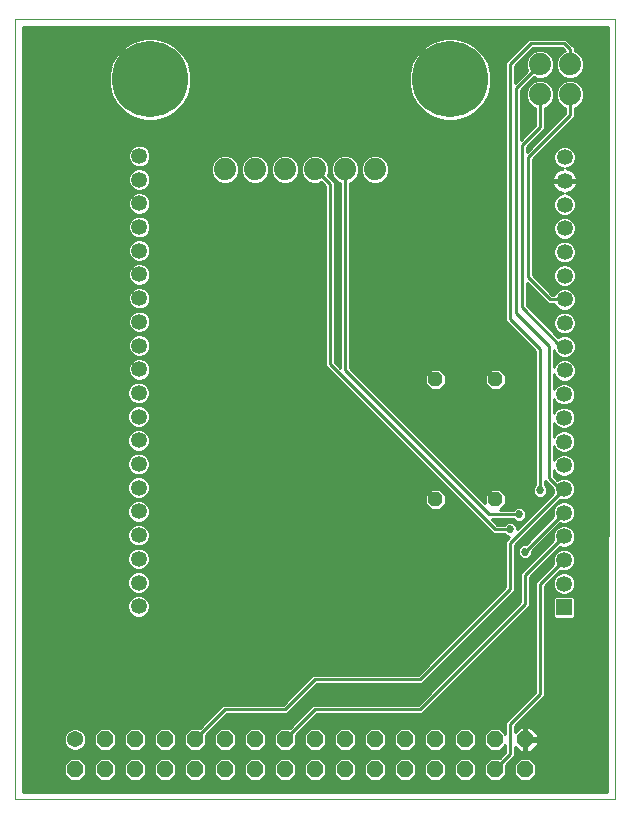
<source format=gbl>
G75*
%MOIN*%
%OFA0B0*%
%FSLAX24Y24*%
%IPPOS*%
%LPD*%
%AMOC8*
5,1,8,0,0,1.08239X$1,22.5*
%
%ADD10C,0.0000*%
%ADD11C,0.2540*%
%ADD12C,0.0540*%
%ADD13OC8,0.0540*%
%ADD14R,0.0531X0.0531*%
%ADD15C,0.0531*%
%ADD16OC8,0.0480*%
%ADD17C,0.0740*%
%ADD18C,0.0100*%
%ADD19C,0.0270*%
D10*
X006110Y000150D02*
X006110Y026150D01*
X026110Y026150D01*
X026110Y017350D01*
X026109Y000148D01*
X006110Y000150D01*
X009980Y024150D02*
X009982Y024200D01*
X009988Y024250D01*
X009998Y024299D01*
X010012Y024347D01*
X010029Y024394D01*
X010050Y024439D01*
X010075Y024483D01*
X010103Y024524D01*
X010135Y024563D01*
X010169Y024600D01*
X010206Y024634D01*
X010246Y024664D01*
X010288Y024691D01*
X010332Y024715D01*
X010378Y024736D01*
X010425Y024752D01*
X010473Y024765D01*
X010523Y024774D01*
X010572Y024779D01*
X010623Y024780D01*
X010673Y024777D01*
X010722Y024770D01*
X010771Y024759D01*
X010819Y024744D01*
X010865Y024726D01*
X010910Y024704D01*
X010953Y024678D01*
X010994Y024649D01*
X011033Y024617D01*
X011069Y024582D01*
X011101Y024544D01*
X011131Y024504D01*
X011158Y024461D01*
X011181Y024417D01*
X011200Y024371D01*
X011216Y024323D01*
X011228Y024274D01*
X011236Y024225D01*
X011240Y024175D01*
X011240Y024125D01*
X011236Y024075D01*
X011228Y024026D01*
X011216Y023977D01*
X011200Y023929D01*
X011181Y023883D01*
X011158Y023839D01*
X011131Y023796D01*
X011101Y023756D01*
X011069Y023718D01*
X011033Y023683D01*
X010994Y023651D01*
X010953Y023622D01*
X010910Y023596D01*
X010865Y023574D01*
X010819Y023556D01*
X010771Y023541D01*
X010722Y023530D01*
X010673Y023523D01*
X010623Y023520D01*
X010572Y023521D01*
X010523Y023526D01*
X010473Y023535D01*
X010425Y023548D01*
X010378Y023564D01*
X010332Y023585D01*
X010288Y023609D01*
X010246Y023636D01*
X010206Y023666D01*
X010169Y023700D01*
X010135Y023737D01*
X010103Y023776D01*
X010075Y023817D01*
X010050Y023861D01*
X010029Y023906D01*
X010012Y023953D01*
X009998Y024001D01*
X009988Y024050D01*
X009982Y024100D01*
X009980Y024150D01*
X019980Y024150D02*
X019982Y024200D01*
X019988Y024250D01*
X019998Y024299D01*
X020012Y024347D01*
X020029Y024394D01*
X020050Y024439D01*
X020075Y024483D01*
X020103Y024524D01*
X020135Y024563D01*
X020169Y024600D01*
X020206Y024634D01*
X020246Y024664D01*
X020288Y024691D01*
X020332Y024715D01*
X020378Y024736D01*
X020425Y024752D01*
X020473Y024765D01*
X020523Y024774D01*
X020572Y024779D01*
X020623Y024780D01*
X020673Y024777D01*
X020722Y024770D01*
X020771Y024759D01*
X020819Y024744D01*
X020865Y024726D01*
X020910Y024704D01*
X020953Y024678D01*
X020994Y024649D01*
X021033Y024617D01*
X021069Y024582D01*
X021101Y024544D01*
X021131Y024504D01*
X021158Y024461D01*
X021181Y024417D01*
X021200Y024371D01*
X021216Y024323D01*
X021228Y024274D01*
X021236Y024225D01*
X021240Y024175D01*
X021240Y024125D01*
X021236Y024075D01*
X021228Y024026D01*
X021216Y023977D01*
X021200Y023929D01*
X021181Y023883D01*
X021158Y023839D01*
X021131Y023796D01*
X021101Y023756D01*
X021069Y023718D01*
X021033Y023683D01*
X020994Y023651D01*
X020953Y023622D01*
X020910Y023596D01*
X020865Y023574D01*
X020819Y023556D01*
X020771Y023541D01*
X020722Y023530D01*
X020673Y023523D01*
X020623Y023520D01*
X020572Y023521D01*
X020523Y023526D01*
X020473Y023535D01*
X020425Y023548D01*
X020378Y023564D01*
X020332Y023585D01*
X020288Y023609D01*
X020246Y023636D01*
X020206Y023666D01*
X020169Y023700D01*
X020135Y023737D01*
X020103Y023776D01*
X020075Y023817D01*
X020050Y023861D01*
X020029Y023906D01*
X020012Y023953D01*
X019998Y024001D01*
X019988Y024050D01*
X019982Y024100D01*
X019980Y024150D01*
D11*
X020610Y024150D03*
X010610Y024150D03*
D12*
X008110Y002150D03*
D13*
X008110Y001150D03*
X009110Y001150D03*
X010110Y001150D03*
X010110Y002150D03*
X009110Y002150D03*
X011110Y002150D03*
X012110Y002150D03*
X012110Y001150D03*
X011110Y001150D03*
X013110Y001150D03*
X014110Y001150D03*
X014110Y002150D03*
X013110Y002150D03*
X015110Y002150D03*
X016110Y002150D03*
X016110Y001150D03*
X015110Y001150D03*
X017110Y001150D03*
X018110Y001150D03*
X018110Y002150D03*
X017110Y002150D03*
X019110Y002150D03*
X020110Y002150D03*
X020110Y001150D03*
X019110Y001150D03*
X021110Y001150D03*
X022110Y001150D03*
X022110Y002150D03*
X021110Y002150D03*
X023110Y002150D03*
X023110Y001150D03*
D14*
X024410Y006550D03*
D15*
X024410Y007340D03*
X024410Y008130D03*
X024410Y008920D03*
X024410Y009710D03*
X024410Y010500D03*
X024410Y011290D03*
X024410Y012080D03*
X024410Y012870D03*
X024410Y013660D03*
X024430Y014450D03*
X024430Y015240D03*
X024430Y016030D03*
X024430Y016820D03*
X024430Y017610D03*
X024430Y018400D03*
X024430Y019190D03*
X024430Y019980D03*
X024430Y020770D03*
X024430Y021560D03*
X010250Y021600D03*
X010250Y020810D03*
X010250Y020020D03*
X010250Y019230D03*
X010250Y018440D03*
X010250Y017650D03*
X010250Y016860D03*
X010250Y016070D03*
X010250Y015280D03*
X010250Y014490D03*
X010230Y013700D03*
X010230Y012910D03*
X010230Y012120D03*
X010230Y011330D03*
X010230Y010540D03*
X010230Y009750D03*
X010230Y008960D03*
X010230Y008170D03*
X010230Y007380D03*
X010230Y006590D03*
D16*
X020110Y010150D03*
X022110Y010150D03*
X022110Y014150D03*
X020110Y014150D03*
D17*
X018110Y021150D03*
X017110Y021150D03*
X016110Y021150D03*
X015110Y021150D03*
X014110Y021150D03*
X013110Y021150D03*
X023610Y023650D03*
X023610Y024650D03*
X024610Y024650D03*
X024610Y023650D03*
D18*
X024610Y022950D01*
X023210Y021550D01*
X023210Y017550D01*
X023940Y016820D01*
X024430Y016820D01*
X024689Y017092D02*
X025860Y017092D01*
X025860Y016994D02*
X024765Y016994D01*
X024749Y017033D02*
X024806Y016895D01*
X024806Y016745D01*
X024749Y016607D01*
X024643Y016501D01*
X024505Y016444D01*
X024355Y016444D01*
X024217Y016501D01*
X024111Y016607D01*
X024090Y016660D01*
X023874Y016660D01*
X023170Y017364D01*
X023170Y016616D01*
X024225Y015562D01*
X024355Y015616D01*
X024505Y015616D01*
X024643Y015559D01*
X024749Y015453D01*
X024806Y015315D01*
X024806Y015165D01*
X024749Y015027D01*
X024643Y014921D01*
X024505Y014864D01*
X024355Y014864D01*
X024217Y014921D01*
X024111Y015027D01*
X024070Y015127D01*
X024070Y014563D01*
X024111Y014663D01*
X024217Y014769D01*
X024355Y014826D01*
X024505Y014826D01*
X024643Y014769D01*
X024749Y014663D01*
X024806Y014525D01*
X024806Y014375D01*
X024749Y014237D01*
X024643Y014131D01*
X024505Y014074D01*
X024355Y014074D01*
X024217Y014131D01*
X024111Y014237D01*
X024070Y014337D01*
X024070Y013821D01*
X024091Y013873D01*
X024197Y013979D01*
X024335Y014036D01*
X024485Y014036D01*
X024623Y013979D01*
X024729Y013873D01*
X024786Y013735D01*
X024786Y013585D01*
X024729Y013447D01*
X024623Y013341D01*
X024485Y013284D01*
X024335Y013284D01*
X024197Y013341D01*
X024091Y013447D01*
X024070Y013499D01*
X024070Y013031D01*
X024091Y013083D01*
X024197Y013189D01*
X024335Y013246D01*
X024485Y013246D01*
X024623Y013189D01*
X024729Y013083D01*
X024786Y012945D01*
X024786Y012795D01*
X024729Y012657D01*
X024623Y012551D01*
X024485Y012494D01*
X024335Y012494D01*
X024197Y012551D01*
X024091Y012657D01*
X024070Y012709D01*
X024070Y012241D01*
X024091Y012293D01*
X024197Y012399D01*
X024335Y012456D01*
X024485Y012456D01*
X024623Y012399D01*
X024729Y012293D01*
X024786Y012155D01*
X024786Y012005D01*
X024729Y011867D01*
X024623Y011761D01*
X024485Y011704D01*
X024335Y011704D01*
X024197Y011761D01*
X024091Y011867D01*
X024070Y011919D01*
X024070Y011451D01*
X024091Y011503D01*
X024197Y011609D01*
X024335Y011666D01*
X024485Y011666D01*
X024623Y011609D01*
X024729Y011503D01*
X024786Y011365D01*
X024786Y011215D01*
X024729Y011077D01*
X024623Y010971D01*
X024485Y010914D01*
X024335Y010914D01*
X024197Y010971D01*
X024091Y011077D01*
X024070Y011129D01*
X024070Y010916D01*
X024182Y010804D01*
X024197Y010819D01*
X024335Y010876D01*
X024485Y010876D01*
X024623Y010819D01*
X024729Y010713D01*
X024786Y010575D01*
X024786Y010425D01*
X024729Y010287D01*
X024623Y010181D01*
X024485Y010124D01*
X024335Y010124D01*
X024282Y010146D01*
X022770Y008634D01*
X022770Y007084D01*
X022676Y006990D01*
X019676Y003990D01*
X016176Y003990D01*
X015176Y002990D01*
X013176Y002990D01*
X012490Y002304D01*
X012490Y001993D01*
X012267Y001770D01*
X011953Y001770D01*
X011730Y001993D01*
X011730Y002307D01*
X011953Y002530D01*
X012264Y002530D01*
X012950Y003216D01*
X013044Y003310D01*
X015044Y003310D01*
X015950Y004216D01*
X016044Y004310D01*
X019544Y004310D01*
X022450Y007216D01*
X022450Y008766D01*
X022589Y008905D01*
X022561Y008905D01*
X022471Y008942D01*
X022424Y008990D01*
X022044Y008990D01*
X016544Y014490D01*
X016450Y014584D01*
X016450Y020584D01*
X016317Y020716D01*
X016205Y020670D01*
X016015Y020670D01*
X015838Y020743D01*
X015703Y020878D01*
X015630Y021055D01*
X015630Y021245D01*
X015703Y021422D01*
X015838Y021557D01*
X016015Y021630D01*
X016205Y021630D01*
X016382Y021557D01*
X016517Y021422D01*
X016590Y021245D01*
X016590Y021055D01*
X016544Y020943D01*
X016770Y020716D01*
X016770Y014716D01*
X016950Y014536D01*
X016950Y020697D01*
X016838Y020743D01*
X016703Y020878D01*
X016630Y021055D01*
X016630Y021245D01*
X016703Y021422D01*
X016838Y021557D01*
X017015Y021630D01*
X017205Y021630D01*
X017382Y021557D01*
X017517Y021422D01*
X017590Y021245D01*
X017590Y021055D01*
X017517Y020878D01*
X017382Y020743D01*
X017270Y020697D01*
X017270Y014516D01*
X021760Y010026D01*
X021760Y010295D01*
X021965Y010500D01*
X022255Y010500D01*
X022460Y010295D01*
X022460Y010005D01*
X022265Y009810D01*
X022724Y009810D01*
X022771Y009858D01*
X022861Y009895D01*
X022959Y009895D01*
X023049Y009858D01*
X023118Y009789D01*
X023155Y009699D01*
X023155Y009601D01*
X023118Y009511D01*
X023049Y009442D01*
X022959Y009405D01*
X022861Y009405D01*
X022771Y009442D01*
X022724Y009490D01*
X021996Y009490D01*
X022176Y009310D01*
X022424Y009310D01*
X022471Y009358D01*
X022561Y009395D01*
X022659Y009395D01*
X022749Y009358D01*
X022818Y009289D01*
X022855Y009199D01*
X022855Y009171D01*
X024056Y010372D01*
X024034Y010425D01*
X024034Y010499D01*
X023844Y010690D01*
X023770Y010764D01*
X023770Y010636D01*
X023818Y010589D01*
X023855Y010499D01*
X023855Y010401D01*
X023818Y010311D01*
X023749Y010242D01*
X023659Y010205D01*
X023561Y010205D01*
X023471Y010242D01*
X023402Y010311D01*
X023365Y010401D01*
X023365Y010499D01*
X023402Y010589D01*
X023450Y010636D01*
X023450Y015084D01*
X022544Y015990D01*
X022450Y016084D01*
X022450Y024716D01*
X023150Y025416D01*
X023244Y025510D01*
X024476Y025510D01*
X024676Y025310D01*
X024770Y025216D01*
X024770Y025103D01*
X024882Y025057D01*
X025017Y024922D01*
X025090Y024745D01*
X025090Y024555D01*
X025017Y024378D01*
X024882Y024243D01*
X024705Y024170D01*
X024515Y024170D01*
X024338Y024243D01*
X024203Y024378D01*
X024130Y024555D01*
X024130Y024745D01*
X024203Y024922D01*
X024338Y025057D01*
X024436Y025098D01*
X024344Y025190D01*
X023376Y025190D01*
X022770Y024584D01*
X022770Y024036D01*
X023176Y024443D01*
X023130Y024555D01*
X023130Y024745D01*
X023203Y024922D01*
X023338Y025057D01*
X023515Y025130D01*
X023705Y025130D01*
X023882Y025057D01*
X024017Y024922D01*
X024090Y024745D01*
X024090Y024555D01*
X024017Y024378D01*
X023882Y024243D01*
X023705Y024170D01*
X023515Y024170D01*
X023403Y024216D01*
X022970Y023784D01*
X022970Y022136D01*
X023450Y022616D01*
X023450Y023197D01*
X023338Y023243D01*
X023203Y023378D01*
X023130Y023555D01*
X023130Y023745D01*
X023203Y023922D01*
X023338Y024057D01*
X023515Y024130D01*
X023705Y024130D01*
X023882Y024057D01*
X024017Y023922D01*
X024090Y023745D01*
X024090Y023555D01*
X024017Y023378D01*
X023882Y023243D01*
X023770Y023197D01*
X023770Y022484D01*
X023676Y022390D01*
X023170Y021884D01*
X023170Y021736D01*
X024450Y023016D01*
X024450Y023197D01*
X024338Y023243D01*
X024203Y023378D01*
X024130Y023555D01*
X024130Y023745D01*
X024203Y023922D01*
X024338Y024057D01*
X024515Y024130D01*
X024705Y024130D01*
X024882Y024057D01*
X025017Y023922D01*
X025090Y023745D01*
X025090Y023555D01*
X025017Y023378D01*
X024882Y023243D01*
X024770Y023197D01*
X024770Y022884D01*
X024676Y022790D01*
X023370Y021484D01*
X023370Y017616D01*
X024006Y016980D01*
X024090Y016980D01*
X024111Y017033D01*
X024217Y017139D01*
X024355Y017196D01*
X024505Y017196D01*
X024643Y017139D01*
X024749Y017033D01*
X024806Y016895D02*
X025860Y016895D01*
X025860Y016797D02*
X024806Y016797D01*
X024786Y016698D02*
X025860Y016698D01*
X025860Y016600D02*
X024741Y016600D01*
X024642Y016501D02*
X025860Y016501D01*
X025860Y016403D02*
X024512Y016403D01*
X024505Y016406D02*
X024355Y016406D01*
X024217Y016349D01*
X024111Y016243D01*
X024054Y016105D01*
X024054Y015955D01*
X024111Y015817D01*
X024217Y015711D01*
X024355Y015654D01*
X024505Y015654D01*
X024643Y015711D01*
X024749Y015817D01*
X024806Y015955D01*
X024806Y016105D01*
X024749Y016243D01*
X024643Y016349D01*
X024505Y016406D01*
X024348Y016403D02*
X023384Y016403D01*
X023285Y016501D02*
X024218Y016501D01*
X024119Y016600D02*
X023187Y016600D01*
X023170Y016698D02*
X023836Y016698D01*
X023737Y016797D02*
X023170Y016797D01*
X023170Y016895D02*
X023639Y016895D01*
X023540Y016994D02*
X023170Y016994D01*
X023170Y017092D02*
X023442Y017092D01*
X023343Y017191D02*
X023170Y017191D01*
X023170Y017289D02*
X023245Y017289D01*
X023500Y017486D02*
X024075Y017486D01*
X024054Y017535D02*
X024111Y017397D01*
X024217Y017291D01*
X024355Y017234D01*
X024505Y017234D01*
X024643Y017291D01*
X024749Y017397D01*
X024806Y017535D01*
X024806Y017685D01*
X024749Y017823D01*
X024643Y017929D01*
X024505Y017986D01*
X024355Y017986D01*
X024217Y017929D01*
X024111Y017823D01*
X024054Y017685D01*
X024054Y017535D01*
X024054Y017585D02*
X023402Y017585D01*
X023370Y017683D02*
X024054Y017683D01*
X024094Y017782D02*
X023370Y017782D01*
X023370Y017880D02*
X024169Y017880D01*
X024338Y017979D02*
X023370Y017979D01*
X023370Y018077D02*
X024228Y018077D01*
X024217Y018081D02*
X024355Y018024D01*
X024505Y018024D01*
X024643Y018081D01*
X024749Y018187D01*
X024806Y018325D01*
X024806Y018475D01*
X024749Y018613D01*
X024643Y018719D01*
X024505Y018776D01*
X024355Y018776D01*
X024217Y018719D01*
X024111Y018613D01*
X024054Y018475D01*
X024054Y018325D01*
X024111Y018187D01*
X024217Y018081D01*
X024123Y018176D02*
X023370Y018176D01*
X023370Y018274D02*
X024075Y018274D01*
X024054Y018373D02*
X023370Y018373D01*
X023370Y018471D02*
X024054Y018471D01*
X024094Y018570D02*
X023370Y018570D01*
X023370Y018668D02*
X024167Y018668D01*
X024333Y018767D02*
X023370Y018767D01*
X023370Y018865D02*
X024233Y018865D01*
X024217Y018871D02*
X024355Y018814D01*
X024505Y018814D01*
X024643Y018871D01*
X024749Y018977D01*
X024806Y019115D01*
X024806Y019265D01*
X024749Y019403D01*
X024643Y019509D01*
X024505Y019566D01*
X024355Y019566D01*
X024217Y019509D01*
X024111Y019403D01*
X024054Y019265D01*
X024054Y019115D01*
X024111Y018977D01*
X024217Y018871D01*
X024125Y018964D02*
X023370Y018964D01*
X023370Y019062D02*
X024076Y019062D01*
X024054Y019161D02*
X023370Y019161D01*
X023370Y019259D02*
X024054Y019259D01*
X024093Y019358D02*
X023370Y019358D01*
X023370Y019456D02*
X024165Y019456D01*
X024328Y019555D02*
X023370Y019555D01*
X023370Y019653D02*
X024237Y019653D01*
X024217Y019661D02*
X024355Y019604D01*
X024505Y019604D01*
X024643Y019661D01*
X024749Y019767D01*
X024806Y019905D01*
X024806Y020055D01*
X024749Y020193D01*
X024643Y020299D01*
X024505Y020356D01*
X024472Y020356D01*
X024527Y020364D01*
X024590Y020385D01*
X024648Y020414D01*
X024701Y020453D01*
X024747Y020499D01*
X024786Y020552D01*
X024815Y020610D01*
X024836Y020673D01*
X024845Y020731D01*
X024469Y020731D01*
X024469Y020809D01*
X024845Y020809D01*
X024836Y020867D01*
X024815Y020930D01*
X024786Y020988D01*
X024747Y021041D01*
X024701Y021087D01*
X024648Y021126D01*
X024590Y021155D01*
X024527Y021176D01*
X024472Y021184D01*
X024505Y021184D01*
X024643Y021241D01*
X024749Y021347D01*
X024806Y021485D01*
X024806Y021635D01*
X024749Y021773D01*
X024643Y021879D01*
X024505Y021936D01*
X024355Y021936D01*
X024217Y021879D01*
X024111Y021773D01*
X024054Y021635D01*
X024054Y021485D01*
X024111Y021347D01*
X024217Y021241D01*
X024355Y021184D01*
X024388Y021184D01*
X024333Y021176D01*
X024270Y021155D01*
X024212Y021126D01*
X024159Y021087D01*
X024113Y021041D01*
X024074Y020988D01*
X024045Y020930D01*
X024024Y020867D01*
X024015Y020809D01*
X024391Y020809D01*
X024391Y020731D01*
X024015Y020731D01*
X024024Y020673D01*
X024045Y020610D01*
X024074Y020552D01*
X024113Y020499D01*
X024159Y020453D01*
X024212Y020414D01*
X024270Y020385D01*
X024333Y020364D01*
X024388Y020356D01*
X024355Y020356D01*
X024217Y020299D01*
X024111Y020193D01*
X024054Y020055D01*
X024054Y019905D01*
X024111Y019767D01*
X024217Y019661D01*
X024127Y019752D02*
X023370Y019752D01*
X023370Y019850D02*
X024077Y019850D01*
X024054Y019949D02*
X023370Y019949D01*
X023370Y020047D02*
X024054Y020047D01*
X024092Y020146D02*
X023370Y020146D01*
X023370Y020244D02*
X024163Y020244D01*
X024323Y020343D02*
X023370Y020343D01*
X023370Y020441D02*
X024175Y020441D01*
X024084Y020540D02*
X023370Y020540D01*
X023370Y020638D02*
X024036Y020638D01*
X024019Y020835D02*
X023370Y020835D01*
X023370Y020737D02*
X024391Y020737D01*
X024469Y020737D02*
X025860Y020737D01*
X025860Y020835D02*
X024841Y020835D01*
X024813Y020934D02*
X025860Y020934D01*
X025860Y021032D02*
X024753Y021032D01*
X024638Y021131D02*
X025860Y021131D01*
X025860Y021229D02*
X024613Y021229D01*
X024729Y021328D02*
X025860Y021328D01*
X025860Y021426D02*
X024781Y021426D01*
X024806Y021525D02*
X025860Y021525D01*
X025860Y021623D02*
X024806Y021623D01*
X024770Y021722D02*
X025860Y021722D01*
X025860Y021820D02*
X024701Y021820D01*
X024546Y021919D02*
X025860Y021919D01*
X025860Y022017D02*
X023903Y022017D01*
X023805Y021919D02*
X024314Y021919D01*
X024159Y021820D02*
X023706Y021820D01*
X023608Y021722D02*
X024090Y021722D01*
X024054Y021623D02*
X023509Y021623D01*
X023411Y021525D02*
X024054Y021525D01*
X024079Y021426D02*
X023370Y021426D01*
X023370Y021328D02*
X024131Y021328D01*
X024247Y021229D02*
X023370Y021229D01*
X023370Y021131D02*
X024222Y021131D01*
X024107Y021032D02*
X023370Y021032D01*
X023370Y020934D02*
X024047Y020934D01*
X024537Y020343D02*
X025860Y020343D01*
X025860Y020441D02*
X024685Y020441D01*
X024776Y020540D02*
X025860Y020540D01*
X025860Y020638D02*
X024824Y020638D01*
X024697Y020244D02*
X025860Y020244D01*
X025860Y020146D02*
X024768Y020146D01*
X024806Y020047D02*
X025860Y020047D01*
X025860Y019949D02*
X024806Y019949D01*
X024783Y019850D02*
X025860Y019850D01*
X025860Y019752D02*
X024733Y019752D01*
X024623Y019653D02*
X025860Y019653D01*
X025860Y019555D02*
X024532Y019555D01*
X024695Y019456D02*
X025860Y019456D01*
X025860Y019358D02*
X024767Y019358D01*
X024806Y019259D02*
X025860Y019259D01*
X025860Y019161D02*
X024806Y019161D01*
X024784Y019062D02*
X025860Y019062D01*
X025860Y018964D02*
X024735Y018964D01*
X024627Y018865D02*
X025860Y018865D01*
X025860Y018767D02*
X024527Y018767D01*
X024693Y018668D02*
X025860Y018668D01*
X025860Y018570D02*
X024766Y018570D01*
X024806Y018471D02*
X025860Y018471D01*
X025860Y018373D02*
X024806Y018373D01*
X024785Y018274D02*
X025860Y018274D01*
X025860Y018176D02*
X024737Y018176D01*
X024632Y018077D02*
X025860Y018077D01*
X025860Y017979D02*
X024522Y017979D01*
X024691Y017880D02*
X025860Y017880D01*
X025860Y017782D02*
X024766Y017782D01*
X024806Y017683D02*
X025860Y017683D01*
X025860Y017585D02*
X024806Y017585D01*
X024785Y017486D02*
X025860Y017486D01*
X025860Y017388D02*
X024739Y017388D01*
X024637Y017289D02*
X025860Y017289D01*
X025860Y017346D02*
X025859Y000398D01*
X006360Y000400D01*
X006360Y025900D01*
X025860Y025900D01*
X025860Y017346D01*
X025860Y017191D02*
X024517Y017191D01*
X024343Y017191D02*
X023796Y017191D01*
X023697Y017289D02*
X024223Y017289D01*
X024121Y017388D02*
X023599Y017388D01*
X023894Y017092D02*
X024171Y017092D01*
X024095Y016994D02*
X023993Y016994D01*
X024173Y016304D02*
X023482Y016304D01*
X023581Y016206D02*
X024096Y016206D01*
X024055Y016107D02*
X023679Y016107D01*
X023778Y016009D02*
X024054Y016009D01*
X024073Y015910D02*
X023876Y015910D01*
X023975Y015812D02*
X024117Y015812D01*
X024073Y015713D02*
X024216Y015713D01*
X024172Y015615D02*
X024352Y015615D01*
X024508Y015615D02*
X025860Y015615D01*
X025860Y015713D02*
X024644Y015713D01*
X024743Y015812D02*
X025860Y015812D01*
X025860Y015910D02*
X024787Y015910D01*
X024806Y016009D02*
X025860Y016009D01*
X025860Y016107D02*
X024805Y016107D01*
X024764Y016206D02*
X025860Y016206D01*
X025860Y016304D02*
X024687Y016304D01*
X024685Y015516D02*
X025860Y015516D01*
X025860Y015418D02*
X024763Y015418D01*
X024804Y015319D02*
X025860Y015319D01*
X025860Y015221D02*
X024806Y015221D01*
X024788Y015122D02*
X025860Y015122D01*
X025860Y015024D02*
X024745Y015024D01*
X024646Y014925D02*
X025860Y014925D01*
X025860Y014827D02*
X024070Y014827D01*
X024070Y014925D02*
X024214Y014925D01*
X024115Y015024D02*
X024070Y015024D01*
X024070Y015122D02*
X024072Y015122D01*
X023910Y015250D02*
X022810Y016350D01*
X022810Y023850D01*
X023610Y024650D01*
X023161Y024480D02*
X022770Y024480D01*
X022770Y024578D02*
X023130Y024578D01*
X023130Y024677D02*
X022863Y024677D01*
X022961Y024775D02*
X023142Y024775D01*
X023183Y024874D02*
X023060Y024874D01*
X023158Y024972D02*
X023253Y024972D01*
X023257Y025071D02*
X023371Y025071D01*
X023355Y025169D02*
X024365Y025169D01*
X024371Y025071D02*
X023849Y025071D01*
X023967Y024972D02*
X024253Y024972D01*
X024183Y024874D02*
X024037Y024874D01*
X024078Y024775D02*
X024142Y024775D01*
X024130Y024677D02*
X024090Y024677D01*
X024090Y024578D02*
X024130Y024578D01*
X024161Y024480D02*
X024059Y024480D01*
X024018Y024381D02*
X024202Y024381D01*
X024299Y024283D02*
X023921Y024283D01*
X023739Y024184D02*
X024481Y024184D01*
X024407Y024086D02*
X023813Y024086D01*
X023952Y023987D02*
X024268Y023987D01*
X024189Y023889D02*
X024031Y023889D01*
X024072Y023790D02*
X024148Y023790D01*
X024130Y023692D02*
X024090Y023692D01*
X024090Y023593D02*
X024130Y023593D01*
X024155Y023495D02*
X024065Y023495D01*
X024024Y023396D02*
X024196Y023396D01*
X024284Y023298D02*
X023936Y023298D01*
X023776Y023199D02*
X024444Y023199D01*
X024450Y023101D02*
X023770Y023101D01*
X023770Y023002D02*
X024436Y023002D01*
X024337Y022904D02*
X023770Y022904D01*
X023770Y022805D02*
X024239Y022805D01*
X024140Y022707D02*
X023770Y022707D01*
X023770Y022608D02*
X024042Y022608D01*
X023943Y022510D02*
X023770Y022510D01*
X023697Y022411D02*
X023845Y022411D01*
X023746Y022313D02*
X023599Y022313D01*
X023648Y022214D02*
X023500Y022214D01*
X023549Y022116D02*
X023402Y022116D01*
X023451Y022017D02*
X023303Y022017D01*
X023352Y021919D02*
X023205Y021919D01*
X023170Y021820D02*
X023254Y021820D01*
X023010Y021950D02*
X023610Y022550D01*
X023610Y023650D01*
X023284Y023298D02*
X022970Y023298D01*
X022970Y023396D02*
X023196Y023396D01*
X023155Y023495D02*
X022970Y023495D01*
X022970Y023593D02*
X023130Y023593D01*
X023130Y023692D02*
X022970Y023692D01*
X022976Y023790D02*
X023148Y023790D01*
X023189Y023889D02*
X023075Y023889D01*
X023173Y023987D02*
X023268Y023987D01*
X023272Y024086D02*
X023407Y024086D01*
X023370Y024184D02*
X023481Y024184D01*
X023115Y024381D02*
X022770Y024381D01*
X022770Y024283D02*
X023016Y024283D01*
X022918Y024184D02*
X022770Y024184D01*
X022770Y024086D02*
X022819Y024086D01*
X022450Y024086D02*
X021990Y024086D01*
X021990Y024184D02*
X022450Y024184D01*
X022450Y024283D02*
X021990Y024283D01*
X021990Y024332D02*
X021896Y024683D01*
X021714Y024997D01*
X021457Y025254D01*
X021143Y025436D01*
X020792Y025530D01*
X020428Y025530D01*
X020077Y025436D01*
X019763Y025254D01*
X019506Y024997D01*
X019324Y024683D01*
X019230Y024332D01*
X019230Y023968D01*
X019324Y023617D01*
X019506Y023303D01*
X019763Y023046D01*
X020077Y022864D01*
X020428Y022770D01*
X020792Y022770D01*
X021143Y022864D01*
X021457Y023046D01*
X021714Y023303D01*
X021896Y023617D01*
X021990Y023968D01*
X021990Y024332D01*
X021977Y024381D02*
X022450Y024381D01*
X022450Y024480D02*
X021950Y024480D01*
X021924Y024578D02*
X022450Y024578D01*
X022450Y024677D02*
X021898Y024677D01*
X021843Y024775D02*
X022509Y024775D01*
X022607Y024874D02*
X021786Y024874D01*
X021729Y024972D02*
X022706Y024972D01*
X022804Y025071D02*
X021641Y025071D01*
X021543Y025169D02*
X022903Y025169D01*
X023001Y025268D02*
X021434Y025268D01*
X021264Y025366D02*
X023100Y025366D01*
X023198Y025465D02*
X021036Y025465D01*
X020184Y025465D02*
X011036Y025465D01*
X011143Y025436D02*
X010792Y025530D01*
X010428Y025530D01*
X010077Y025436D01*
X009763Y025254D01*
X009506Y024997D01*
X009324Y024683D01*
X009230Y024332D01*
X009230Y023968D01*
X009324Y023617D01*
X009506Y023303D01*
X009763Y023046D01*
X010077Y022864D01*
X010428Y022770D01*
X010792Y022770D01*
X011143Y022864D01*
X011457Y023046D01*
X011714Y023303D01*
X011896Y023617D01*
X011990Y023968D01*
X011990Y024332D01*
X011896Y024683D01*
X011714Y024997D01*
X011457Y025254D01*
X011143Y025436D01*
X011264Y025366D02*
X019956Y025366D01*
X019786Y025268D02*
X011434Y025268D01*
X011543Y025169D02*
X019677Y025169D01*
X019579Y025071D02*
X011641Y025071D01*
X011729Y024972D02*
X019491Y024972D01*
X019434Y024874D02*
X011786Y024874D01*
X011843Y024775D02*
X019377Y024775D01*
X019322Y024677D02*
X011898Y024677D01*
X011924Y024578D02*
X019296Y024578D01*
X019270Y024480D02*
X011950Y024480D01*
X011977Y024381D02*
X019243Y024381D01*
X019230Y024283D02*
X011990Y024283D01*
X011990Y024184D02*
X019230Y024184D01*
X019230Y024086D02*
X011990Y024086D01*
X011990Y023987D02*
X019230Y023987D01*
X019251Y023889D02*
X011969Y023889D01*
X011942Y023790D02*
X019278Y023790D01*
X019304Y023692D02*
X011916Y023692D01*
X011882Y023593D02*
X019338Y023593D01*
X019395Y023495D02*
X011825Y023495D01*
X011768Y023396D02*
X019452Y023396D01*
X019511Y023298D02*
X011709Y023298D01*
X011611Y023199D02*
X019609Y023199D01*
X019708Y023101D02*
X011512Y023101D01*
X011382Y023002D02*
X019838Y023002D01*
X020009Y022904D02*
X011211Y022904D01*
X010923Y022805D02*
X020297Y022805D01*
X020923Y022805D02*
X022450Y022805D01*
X022450Y022707D02*
X006360Y022707D01*
X006360Y022805D02*
X010297Y022805D01*
X010009Y022904D02*
X006360Y022904D01*
X006360Y023002D02*
X009838Y023002D01*
X009708Y023101D02*
X006360Y023101D01*
X006360Y023199D02*
X009609Y023199D01*
X009511Y023298D02*
X006360Y023298D01*
X006360Y023396D02*
X009452Y023396D01*
X009395Y023495D02*
X006360Y023495D01*
X006360Y023593D02*
X009338Y023593D01*
X009304Y023692D02*
X006360Y023692D01*
X006360Y023790D02*
X009278Y023790D01*
X009251Y023889D02*
X006360Y023889D01*
X006360Y023987D02*
X009230Y023987D01*
X009230Y024086D02*
X006360Y024086D01*
X006360Y024184D02*
X009230Y024184D01*
X009230Y024283D02*
X006360Y024283D01*
X006360Y024381D02*
X009243Y024381D01*
X009270Y024480D02*
X006360Y024480D01*
X006360Y024578D02*
X009296Y024578D01*
X009322Y024677D02*
X006360Y024677D01*
X006360Y024775D02*
X009377Y024775D01*
X009434Y024874D02*
X006360Y024874D01*
X006360Y024972D02*
X009491Y024972D01*
X009579Y025071D02*
X006360Y025071D01*
X006360Y025169D02*
X009677Y025169D01*
X009786Y025268D02*
X006360Y025268D01*
X006360Y025366D02*
X009956Y025366D01*
X010184Y025465D02*
X006360Y025465D01*
X006360Y025563D02*
X025860Y025563D01*
X025860Y025465D02*
X024522Y025465D01*
X024620Y025366D02*
X025860Y025366D01*
X025860Y025268D02*
X024719Y025268D01*
X024770Y025169D02*
X025860Y025169D01*
X025860Y025071D02*
X024849Y025071D01*
X024967Y024972D02*
X025860Y024972D01*
X025860Y024874D02*
X025037Y024874D01*
X025078Y024775D02*
X025860Y024775D01*
X025860Y024677D02*
X025090Y024677D01*
X025090Y024578D02*
X025860Y024578D01*
X025860Y024480D02*
X025059Y024480D01*
X025018Y024381D02*
X025860Y024381D01*
X025860Y024283D02*
X024921Y024283D01*
X024739Y024184D02*
X025860Y024184D01*
X025860Y024086D02*
X024813Y024086D01*
X024952Y023987D02*
X025860Y023987D01*
X025860Y023889D02*
X025031Y023889D01*
X025072Y023790D02*
X025860Y023790D01*
X025860Y023692D02*
X025090Y023692D01*
X025090Y023593D02*
X025860Y023593D01*
X025860Y023495D02*
X025065Y023495D01*
X025024Y023396D02*
X025860Y023396D01*
X025860Y023298D02*
X024936Y023298D01*
X024776Y023199D02*
X025860Y023199D01*
X025860Y023101D02*
X024770Y023101D01*
X024770Y023002D02*
X025860Y023002D01*
X025860Y022904D02*
X024770Y022904D01*
X024691Y022805D02*
X025860Y022805D01*
X025860Y022707D02*
X024593Y022707D01*
X024494Y022608D02*
X025860Y022608D01*
X025860Y022510D02*
X024396Y022510D01*
X024297Y022411D02*
X025860Y022411D01*
X025860Y022313D02*
X024199Y022313D01*
X024100Y022214D02*
X025860Y022214D01*
X025860Y022116D02*
X024002Y022116D01*
X023442Y022608D02*
X022970Y022608D01*
X022970Y022510D02*
X023343Y022510D01*
X023245Y022411D02*
X022970Y022411D01*
X022970Y022313D02*
X023146Y022313D01*
X023048Y022214D02*
X022970Y022214D01*
X023010Y021950D02*
X023010Y016550D01*
X024320Y015240D01*
X024430Y015240D01*
X023910Y015250D02*
X023910Y010850D01*
X024260Y010500D01*
X024410Y010500D01*
X022610Y008700D01*
X022610Y007150D01*
X019610Y004150D01*
X016110Y004150D01*
X015110Y003150D01*
X013110Y003150D01*
X012110Y002150D01*
X011838Y002416D02*
X011382Y002416D01*
X011283Y002514D02*
X011937Y002514D01*
X011740Y002317D02*
X011480Y002317D01*
X011490Y002307D02*
X011267Y002530D01*
X010953Y002530D01*
X010730Y002307D01*
X010730Y001993D01*
X010953Y001770D01*
X011267Y001770D01*
X011490Y001993D01*
X011490Y002307D01*
X011490Y002219D02*
X011730Y002219D01*
X011730Y002120D02*
X011490Y002120D01*
X011490Y002022D02*
X011730Y002022D01*
X011800Y001923D02*
X011420Y001923D01*
X011322Y001825D02*
X011898Y001825D01*
X011953Y001530D02*
X011730Y001307D01*
X011730Y000993D01*
X011953Y000770D01*
X012267Y000770D01*
X012490Y000993D01*
X012490Y001307D01*
X012267Y001530D01*
X011953Y001530D01*
X011952Y001529D02*
X011268Y001529D01*
X011267Y001530D02*
X010953Y001530D01*
X010730Y001307D01*
X010730Y000993D01*
X010953Y000770D01*
X011267Y000770D01*
X011490Y000993D01*
X011490Y001307D01*
X011267Y001530D01*
X011367Y001431D02*
X011853Y001431D01*
X011755Y001332D02*
X011465Y001332D01*
X011490Y001234D02*
X011730Y001234D01*
X011730Y001135D02*
X011490Y001135D01*
X011490Y001037D02*
X011730Y001037D01*
X011785Y000938D02*
X011435Y000938D01*
X011337Y000840D02*
X011883Y000840D01*
X012337Y000840D02*
X012883Y000840D01*
X012953Y000770D02*
X013267Y000770D01*
X013490Y000993D01*
X013490Y001307D01*
X013267Y001530D01*
X012953Y001530D01*
X012730Y001307D01*
X012730Y000993D01*
X012953Y000770D01*
X012785Y000938D02*
X012435Y000938D01*
X012490Y001037D02*
X012730Y001037D01*
X012730Y001135D02*
X012490Y001135D01*
X012490Y001234D02*
X012730Y001234D01*
X012755Y001332D02*
X012465Y001332D01*
X012367Y001431D02*
X012853Y001431D01*
X012952Y001529D02*
X012268Y001529D01*
X012322Y001825D02*
X012898Y001825D01*
X012953Y001770D02*
X013267Y001770D01*
X013490Y001993D01*
X013490Y002307D01*
X013267Y002530D01*
X012953Y002530D01*
X012730Y002307D01*
X012730Y001993D01*
X012953Y001770D01*
X012800Y001923D02*
X012420Y001923D01*
X012490Y002022D02*
X012730Y002022D01*
X012730Y002120D02*
X012490Y002120D01*
X012490Y002219D02*
X012730Y002219D01*
X012740Y002317D02*
X012503Y002317D01*
X012602Y002416D02*
X012838Y002416D01*
X012937Y002514D02*
X012700Y002514D01*
X012799Y002613D02*
X015346Y002613D01*
X015264Y002530D02*
X014953Y002530D01*
X014730Y002307D01*
X014730Y001993D01*
X014953Y001770D01*
X015267Y001770D01*
X015490Y001993D01*
X015490Y002304D01*
X016176Y002990D01*
X019676Y002990D01*
X023176Y006490D01*
X023270Y006584D01*
X023270Y007554D01*
X024282Y008566D01*
X024335Y008544D01*
X024485Y008544D01*
X024623Y008601D01*
X024729Y008707D01*
X024786Y008845D01*
X024786Y008995D01*
X024729Y009133D01*
X024623Y009239D01*
X024485Y009296D01*
X024335Y009296D01*
X024197Y009239D01*
X024091Y009133D01*
X024034Y008995D01*
X024034Y008845D01*
X024056Y008792D01*
X022950Y007686D01*
X022950Y006716D01*
X019544Y003310D01*
X016044Y003310D01*
X015950Y003216D01*
X015264Y002530D01*
X015445Y002711D02*
X012897Y002711D01*
X012996Y002810D02*
X015543Y002810D01*
X015642Y002908D02*
X013094Y002908D01*
X012839Y003105D02*
X006360Y003105D01*
X006360Y003007D02*
X012740Y003007D01*
X012642Y002908D02*
X006360Y002908D01*
X006360Y002810D02*
X012543Y002810D01*
X012445Y002711D02*
X006360Y002711D01*
X006360Y002613D02*
X012346Y002613D01*
X012937Y003204D02*
X006360Y003204D01*
X006360Y003302D02*
X013036Y003302D01*
X013283Y002514D02*
X013937Y002514D01*
X013953Y002530D02*
X013730Y002307D01*
X013730Y001993D01*
X013953Y001770D01*
X014267Y001770D01*
X014490Y001993D01*
X014490Y002307D01*
X014267Y002530D01*
X013953Y002530D01*
X013838Y002416D02*
X013382Y002416D01*
X013480Y002317D02*
X013740Y002317D01*
X013730Y002219D02*
X013490Y002219D01*
X013490Y002120D02*
X013730Y002120D01*
X013730Y002022D02*
X013490Y002022D01*
X013420Y001923D02*
X013800Y001923D01*
X013898Y001825D02*
X013322Y001825D01*
X013268Y001529D02*
X013952Y001529D01*
X013953Y001530D02*
X013730Y001307D01*
X013730Y000993D01*
X013953Y000770D01*
X014267Y000770D01*
X014490Y000993D01*
X014490Y001307D01*
X014267Y001530D01*
X013953Y001530D01*
X013853Y001431D02*
X013367Y001431D01*
X013465Y001332D02*
X013755Y001332D01*
X013730Y001234D02*
X013490Y001234D01*
X013490Y001135D02*
X013730Y001135D01*
X013730Y001037D02*
X013490Y001037D01*
X013435Y000938D02*
X013785Y000938D01*
X013883Y000840D02*
X013337Y000840D01*
X014337Y000840D02*
X014883Y000840D01*
X014953Y000770D02*
X015267Y000770D01*
X015490Y000993D01*
X015490Y001307D01*
X015267Y001530D01*
X014953Y001530D01*
X014730Y001307D01*
X014730Y000993D01*
X014953Y000770D01*
X014785Y000938D02*
X014435Y000938D01*
X014490Y001037D02*
X014730Y001037D01*
X014730Y001135D02*
X014490Y001135D01*
X014490Y001234D02*
X014730Y001234D01*
X014755Y001332D02*
X014465Y001332D01*
X014367Y001431D02*
X014853Y001431D01*
X014952Y001529D02*
X014268Y001529D01*
X014322Y001825D02*
X014898Y001825D01*
X014800Y001923D02*
X014420Y001923D01*
X014490Y002022D02*
X014730Y002022D01*
X014730Y002120D02*
X014490Y002120D01*
X014490Y002219D02*
X014730Y002219D01*
X014740Y002317D02*
X014480Y002317D01*
X014382Y002416D02*
X014838Y002416D01*
X014937Y002514D02*
X014283Y002514D01*
X015110Y002150D02*
X016110Y003150D01*
X019610Y003150D01*
X023110Y006650D01*
X023110Y007620D01*
X024410Y008920D01*
X024034Y008917D02*
X023843Y008917D01*
X023941Y009015D02*
X024043Y009015D01*
X024040Y009114D02*
X024083Y009114D01*
X024138Y009212D02*
X024171Y009212D01*
X024237Y009311D02*
X025859Y009311D01*
X025859Y009409D02*
X024640Y009409D01*
X024623Y009391D02*
X024729Y009497D01*
X024786Y009635D01*
X024786Y009785D01*
X024729Y009923D01*
X024623Y010029D01*
X024485Y010086D01*
X024335Y010086D01*
X024197Y010029D01*
X024091Y009923D01*
X024034Y009785D01*
X024034Y009635D01*
X024056Y009582D01*
X023129Y008655D01*
X023061Y008655D01*
X022971Y008618D01*
X022902Y008549D01*
X022865Y008459D01*
X022865Y008361D01*
X022902Y008271D01*
X022971Y008202D01*
X023061Y008165D01*
X023159Y008165D01*
X023249Y008202D01*
X023318Y008271D01*
X023355Y008361D01*
X023355Y008429D01*
X024282Y009356D01*
X024335Y009334D01*
X024485Y009334D01*
X024623Y009391D01*
X024733Y009508D02*
X025859Y009508D01*
X025859Y009606D02*
X024774Y009606D01*
X024786Y009705D02*
X025859Y009705D01*
X025859Y009803D02*
X024778Y009803D01*
X024737Y009902D02*
X025859Y009902D01*
X025859Y010000D02*
X024651Y010000D01*
X024638Y010197D02*
X025860Y010197D01*
X025860Y010099D02*
X024235Y010099D01*
X024169Y010000D02*
X024136Y010000D01*
X024083Y009902D02*
X024038Y009902D01*
X024042Y009803D02*
X023939Y009803D01*
X024034Y009705D02*
X023841Y009705D01*
X023742Y009606D02*
X024046Y009606D01*
X023981Y009508D02*
X023644Y009508D01*
X023545Y009409D02*
X023883Y009409D01*
X023784Y009311D02*
X023447Y009311D01*
X023348Y009212D02*
X023686Y009212D01*
X023587Y009114D02*
X023250Y009114D01*
X023151Y009015D02*
X023489Y009015D01*
X023390Y008917D02*
X023053Y008917D01*
X022954Y008818D02*
X023292Y008818D01*
X023193Y008720D02*
X022856Y008720D01*
X022770Y008621D02*
X022979Y008621D01*
X022891Y008523D02*
X022770Y008523D01*
X022770Y008424D02*
X022865Y008424D01*
X022880Y008326D02*
X022770Y008326D01*
X022770Y008227D02*
X022946Y008227D01*
X022770Y008129D02*
X023392Y008129D01*
X023491Y008227D02*
X023274Y008227D01*
X023340Y008326D02*
X023589Y008326D01*
X023688Y008424D02*
X023355Y008424D01*
X023449Y008523D02*
X023786Y008523D01*
X023885Y008621D02*
X023547Y008621D01*
X023646Y008720D02*
X023983Y008720D01*
X024046Y008818D02*
X023744Y008818D01*
X024140Y008424D02*
X024173Y008424D01*
X024197Y008449D02*
X024091Y008343D01*
X024034Y008205D01*
X024034Y008055D01*
X024056Y008002D01*
X023450Y007396D01*
X023450Y003716D01*
X022450Y002716D01*
X022450Y002347D01*
X022267Y002530D01*
X021953Y002530D01*
X021730Y002307D01*
X021730Y001993D01*
X021953Y001770D01*
X022267Y001770D01*
X022450Y001953D01*
X022450Y001716D01*
X022264Y001530D01*
X021953Y001530D01*
X021730Y001307D01*
X021730Y000993D01*
X021953Y000770D01*
X022267Y000770D01*
X022490Y000993D01*
X022490Y001304D01*
X022676Y001490D01*
X022770Y001584D01*
X022770Y001896D01*
X022936Y001730D01*
X023070Y001730D01*
X023070Y002110D01*
X023150Y002110D01*
X023150Y002190D01*
X023070Y002190D01*
X023070Y002570D01*
X022936Y002570D01*
X022770Y002404D01*
X022770Y002584D01*
X023676Y003490D01*
X023770Y003584D01*
X023770Y007264D01*
X024282Y007776D01*
X024335Y007754D01*
X024485Y007754D01*
X024623Y007811D01*
X024729Y007917D01*
X024786Y008055D01*
X024786Y008205D01*
X024729Y008343D01*
X024623Y008449D01*
X024485Y008506D01*
X024335Y008506D01*
X024197Y008449D01*
X024239Y008523D02*
X025859Y008523D01*
X025859Y008621D02*
X024642Y008621D01*
X024734Y008720D02*
X025859Y008720D01*
X025859Y008818D02*
X024774Y008818D01*
X024786Y008917D02*
X025859Y008917D01*
X025859Y009015D02*
X024777Y009015D01*
X024737Y009114D02*
X025859Y009114D01*
X025859Y009212D02*
X024649Y009212D01*
X024410Y009710D02*
X023110Y008410D01*
X023294Y008030D02*
X022770Y008030D01*
X022770Y007932D02*
X023195Y007932D01*
X023097Y007833D02*
X022770Y007833D01*
X022770Y007735D02*
X022998Y007735D01*
X022950Y007636D02*
X022770Y007636D01*
X022770Y007538D02*
X022950Y007538D01*
X022950Y007439D02*
X022770Y007439D01*
X022770Y007341D02*
X022950Y007341D01*
X022950Y007242D02*
X022770Y007242D01*
X022770Y007144D02*
X022950Y007144D01*
X022950Y007045D02*
X022731Y007045D01*
X022633Y006947D02*
X022950Y006947D01*
X022950Y006848D02*
X022534Y006848D01*
X022436Y006750D02*
X022950Y006750D01*
X022885Y006651D02*
X022337Y006651D01*
X022239Y006553D02*
X022786Y006553D01*
X022688Y006454D02*
X022140Y006454D01*
X022042Y006356D02*
X022589Y006356D01*
X022491Y006257D02*
X021943Y006257D01*
X021845Y006159D02*
X022392Y006159D01*
X022294Y006060D02*
X021746Y006060D01*
X021648Y005962D02*
X022195Y005962D01*
X022097Y005863D02*
X021549Y005863D01*
X021451Y005765D02*
X021998Y005765D01*
X021900Y005666D02*
X021352Y005666D01*
X021254Y005568D02*
X021801Y005568D01*
X021703Y005469D02*
X021155Y005469D01*
X021057Y005371D02*
X021604Y005371D01*
X021506Y005272D02*
X020958Y005272D01*
X020860Y005174D02*
X021407Y005174D01*
X021309Y005075D02*
X020761Y005075D01*
X020663Y004977D02*
X021210Y004977D01*
X021112Y004878D02*
X020564Y004878D01*
X020466Y004780D02*
X021013Y004780D01*
X020915Y004681D02*
X020367Y004681D01*
X020269Y004583D02*
X020816Y004583D01*
X020718Y004484D02*
X020170Y004484D01*
X020072Y004386D02*
X020619Y004386D01*
X020521Y004287D02*
X019973Y004287D01*
X019875Y004189D02*
X020422Y004189D01*
X020324Y004090D02*
X019776Y004090D01*
X019678Y003992D02*
X020225Y003992D01*
X020127Y003893D02*
X016079Y003893D01*
X015981Y003795D02*
X020028Y003795D01*
X019930Y003696D02*
X015882Y003696D01*
X015784Y003598D02*
X019831Y003598D01*
X019733Y003499D02*
X015685Y003499D01*
X015587Y003401D02*
X019634Y003401D01*
X019890Y003204D02*
X022937Y003204D01*
X023036Y003302D02*
X019988Y003302D01*
X020087Y003401D02*
X023134Y003401D01*
X023233Y003499D02*
X020185Y003499D01*
X020284Y003598D02*
X023331Y003598D01*
X023430Y003696D02*
X020382Y003696D01*
X020481Y003795D02*
X023450Y003795D01*
X023450Y003893D02*
X020579Y003893D01*
X020678Y003992D02*
X023450Y003992D01*
X023450Y004090D02*
X020776Y004090D01*
X020875Y004189D02*
X023450Y004189D01*
X023450Y004287D02*
X020973Y004287D01*
X021072Y004386D02*
X023450Y004386D01*
X023450Y004484D02*
X021170Y004484D01*
X021269Y004583D02*
X023450Y004583D01*
X023450Y004681D02*
X021367Y004681D01*
X021466Y004780D02*
X023450Y004780D01*
X023450Y004878D02*
X021564Y004878D01*
X021663Y004977D02*
X023450Y004977D01*
X023450Y005075D02*
X021761Y005075D01*
X021860Y005174D02*
X023450Y005174D01*
X023450Y005272D02*
X021958Y005272D01*
X022057Y005371D02*
X023450Y005371D01*
X023450Y005469D02*
X022155Y005469D01*
X022254Y005568D02*
X023450Y005568D01*
X023450Y005666D02*
X022352Y005666D01*
X022451Y005765D02*
X023450Y005765D01*
X023450Y005863D02*
X022549Y005863D01*
X022648Y005962D02*
X023450Y005962D01*
X023450Y006060D02*
X022746Y006060D01*
X022845Y006159D02*
X023450Y006159D01*
X023450Y006257D02*
X022943Y006257D01*
X023042Y006356D02*
X023450Y006356D01*
X023450Y006454D02*
X023140Y006454D01*
X023239Y006553D02*
X023450Y006553D01*
X023450Y006651D02*
X023270Y006651D01*
X023270Y006750D02*
X023450Y006750D01*
X023450Y006848D02*
X023270Y006848D01*
X023270Y006947D02*
X023450Y006947D01*
X023450Y007045D02*
X023270Y007045D01*
X023270Y007144D02*
X023450Y007144D01*
X023450Y007242D02*
X023270Y007242D01*
X023270Y007341D02*
X023450Y007341D01*
X023493Y007439D02*
X023270Y007439D01*
X023270Y007538D02*
X023591Y007538D01*
X023690Y007636D02*
X023352Y007636D01*
X023451Y007735D02*
X023788Y007735D01*
X023887Y007833D02*
X023549Y007833D01*
X023648Y007932D02*
X023985Y007932D01*
X024045Y008030D02*
X023746Y008030D01*
X023845Y008129D02*
X024034Y008129D01*
X024043Y008227D02*
X023943Y008227D01*
X024042Y008326D02*
X024084Y008326D01*
X024410Y008130D02*
X023610Y007330D01*
X023610Y003650D01*
X022610Y002650D01*
X022610Y001650D01*
X022110Y001150D01*
X021730Y001135D02*
X021490Y001135D01*
X021490Y001037D02*
X021730Y001037D01*
X021785Y000938D02*
X021435Y000938D01*
X021490Y000993D02*
X021267Y000770D01*
X020953Y000770D01*
X020730Y000993D01*
X020730Y001307D01*
X020953Y001530D01*
X021267Y001530D01*
X021490Y001307D01*
X021490Y000993D01*
X021337Y000840D02*
X021883Y000840D01*
X021730Y001234D02*
X021490Y001234D01*
X021465Y001332D02*
X021755Y001332D01*
X021853Y001431D02*
X021367Y001431D01*
X021268Y001529D02*
X021952Y001529D01*
X021898Y001825D02*
X021322Y001825D01*
X021267Y001770D02*
X021490Y001993D01*
X021490Y002307D01*
X021267Y002530D01*
X020953Y002530D01*
X020730Y002307D01*
X020730Y001993D01*
X020953Y001770D01*
X021267Y001770D01*
X021420Y001923D02*
X021800Y001923D01*
X021730Y002022D02*
X021490Y002022D01*
X021490Y002120D02*
X021730Y002120D01*
X021730Y002219D02*
X021490Y002219D01*
X021480Y002317D02*
X021740Y002317D01*
X021838Y002416D02*
X021382Y002416D01*
X021283Y002514D02*
X021937Y002514D01*
X022283Y002514D02*
X022450Y002514D01*
X022450Y002416D02*
X022382Y002416D01*
X022450Y002613D02*
X015799Y002613D01*
X015897Y002711D02*
X022450Y002711D01*
X022543Y002810D02*
X015996Y002810D01*
X016094Y002908D02*
X022642Y002908D01*
X022740Y003007D02*
X019693Y003007D01*
X019791Y003105D02*
X022839Y003105D01*
X023094Y002908D02*
X025859Y002908D01*
X025859Y002810D02*
X022996Y002810D01*
X022897Y002711D02*
X025859Y002711D01*
X025859Y002613D02*
X022799Y002613D01*
X022770Y002514D02*
X022880Y002514D01*
X022782Y002416D02*
X022770Y002416D01*
X023070Y002416D02*
X023150Y002416D01*
X023150Y002514D02*
X023070Y002514D01*
X023150Y002570D02*
X023150Y002190D01*
X023530Y002190D01*
X023530Y002324D01*
X023284Y002570D01*
X023150Y002570D01*
X023340Y002514D02*
X025859Y002514D01*
X025859Y002416D02*
X023438Y002416D01*
X023530Y002317D02*
X025859Y002317D01*
X025859Y002219D02*
X023530Y002219D01*
X023530Y002110D02*
X023150Y002110D01*
X023150Y001730D01*
X023284Y001730D01*
X023530Y001976D01*
X023530Y002110D01*
X023530Y002022D02*
X025859Y002022D01*
X025859Y002120D02*
X023150Y002120D01*
X023150Y002022D02*
X023070Y002022D01*
X023070Y001923D02*
X023150Y001923D01*
X023150Y001825D02*
X023070Y001825D01*
X022842Y001825D02*
X022770Y001825D01*
X022770Y001726D02*
X025859Y001726D01*
X025859Y001628D02*
X022770Y001628D01*
X022715Y001529D02*
X022952Y001529D01*
X022953Y001530D02*
X022730Y001307D01*
X022730Y000993D01*
X022953Y000770D01*
X023267Y000770D01*
X023490Y000993D01*
X023490Y001307D01*
X023267Y001530D01*
X022953Y001530D01*
X022853Y001431D02*
X022617Y001431D01*
X022518Y001332D02*
X022755Y001332D01*
X022730Y001234D02*
X022490Y001234D01*
X022490Y001135D02*
X022730Y001135D01*
X022730Y001037D02*
X022490Y001037D01*
X022435Y000938D02*
X022785Y000938D01*
X022883Y000840D02*
X022337Y000840D01*
X022361Y001628D02*
X006360Y001628D01*
X006360Y001726D02*
X022450Y001726D01*
X022450Y001825D02*
X022322Y001825D01*
X022420Y001923D02*
X022450Y001923D01*
X023070Y002219D02*
X023150Y002219D01*
X023150Y002317D02*
X023070Y002317D01*
X023477Y001923D02*
X025859Y001923D01*
X025859Y001825D02*
X023378Y001825D01*
X023268Y001529D02*
X025859Y001529D01*
X025859Y001431D02*
X023367Y001431D01*
X023465Y001332D02*
X025859Y001332D01*
X025859Y001234D02*
X023490Y001234D01*
X023490Y001135D02*
X025859Y001135D01*
X025859Y001037D02*
X023490Y001037D01*
X023435Y000938D02*
X025859Y000938D01*
X025859Y000840D02*
X023337Y000840D01*
X023193Y003007D02*
X025859Y003007D01*
X025859Y003105D02*
X023291Y003105D01*
X023390Y003204D02*
X025859Y003204D01*
X025859Y003302D02*
X023488Y003302D01*
X023587Y003401D02*
X025859Y003401D01*
X025859Y003499D02*
X023685Y003499D01*
X023770Y003598D02*
X025859Y003598D01*
X025859Y003696D02*
X023770Y003696D01*
X023770Y003795D02*
X025859Y003795D01*
X025859Y003893D02*
X023770Y003893D01*
X023770Y003992D02*
X025859Y003992D01*
X025859Y004090D02*
X023770Y004090D01*
X023770Y004189D02*
X025859Y004189D01*
X025859Y004287D02*
X023770Y004287D01*
X023770Y004386D02*
X025859Y004386D01*
X025859Y004484D02*
X023770Y004484D01*
X023770Y004583D02*
X025859Y004583D01*
X025859Y004681D02*
X023770Y004681D01*
X023770Y004780D02*
X025859Y004780D01*
X025859Y004878D02*
X023770Y004878D01*
X023770Y004977D02*
X025859Y004977D01*
X025859Y005075D02*
X023770Y005075D01*
X023770Y005174D02*
X025859Y005174D01*
X025859Y005272D02*
X023770Y005272D01*
X023770Y005371D02*
X025859Y005371D01*
X025859Y005469D02*
X023770Y005469D01*
X023770Y005568D02*
X025859Y005568D01*
X025859Y005666D02*
X023770Y005666D01*
X023770Y005765D02*
X025859Y005765D01*
X025859Y005863D02*
X023770Y005863D01*
X023770Y005962D02*
X025859Y005962D01*
X025859Y006060D02*
X023770Y006060D01*
X023770Y006159D02*
X025859Y006159D01*
X025859Y006257D02*
X024786Y006257D01*
X024786Y006239D02*
X024786Y006861D01*
X024721Y006926D01*
X024099Y006926D01*
X024034Y006861D01*
X024034Y006239D01*
X024099Y006174D01*
X024721Y006174D01*
X024786Y006239D01*
X024786Y006356D02*
X025859Y006356D01*
X025859Y006454D02*
X024786Y006454D01*
X024786Y006553D02*
X025859Y006553D01*
X025859Y006651D02*
X024786Y006651D01*
X024786Y006750D02*
X025859Y006750D01*
X025859Y006848D02*
X024786Y006848D01*
X024623Y007021D02*
X024729Y007127D01*
X024786Y007265D01*
X024786Y007415D01*
X024729Y007553D01*
X024623Y007659D01*
X024485Y007716D01*
X024335Y007716D01*
X024197Y007659D01*
X024091Y007553D01*
X024034Y007415D01*
X024034Y007265D01*
X024091Y007127D01*
X024197Y007021D01*
X024335Y006964D01*
X024485Y006964D01*
X024623Y007021D01*
X024646Y007045D02*
X025859Y007045D01*
X025859Y006947D02*
X023770Y006947D01*
X023770Y007045D02*
X024174Y007045D01*
X024085Y007144D02*
X023770Y007144D01*
X023770Y007242D02*
X024044Y007242D01*
X024034Y007341D02*
X023847Y007341D01*
X023945Y007439D02*
X024044Y007439D01*
X024044Y007538D02*
X024085Y007538D01*
X024142Y007636D02*
X024175Y007636D01*
X024241Y007735D02*
X025859Y007735D01*
X025859Y007833D02*
X024644Y007833D01*
X024734Y007932D02*
X025859Y007932D01*
X025859Y008030D02*
X024775Y008030D01*
X024786Y008129D02*
X025859Y008129D01*
X025859Y008227D02*
X024777Y008227D01*
X024736Y008326D02*
X025859Y008326D01*
X025859Y008424D02*
X024647Y008424D01*
X024645Y007636D02*
X025859Y007636D01*
X025859Y007538D02*
X024735Y007538D01*
X024776Y007439D02*
X025859Y007439D01*
X025859Y007341D02*
X024786Y007341D01*
X024776Y007242D02*
X025859Y007242D01*
X025859Y007144D02*
X024735Y007144D01*
X024034Y006848D02*
X023770Y006848D01*
X023770Y006750D02*
X024034Y006750D01*
X024034Y006651D02*
X023770Y006651D01*
X023770Y006553D02*
X024034Y006553D01*
X024034Y006454D02*
X023770Y006454D01*
X023770Y006356D02*
X024034Y006356D01*
X024034Y006257D02*
X023770Y006257D01*
X022450Y007242D02*
X010580Y007242D01*
X010606Y007305D02*
X010549Y007167D01*
X010443Y007061D01*
X010305Y007004D01*
X010155Y007004D01*
X010017Y007061D01*
X009911Y007167D01*
X009854Y007305D01*
X009854Y007455D01*
X009911Y007593D01*
X010017Y007699D01*
X010155Y007756D01*
X010305Y007756D01*
X010443Y007699D01*
X010549Y007593D01*
X010606Y007455D01*
X010606Y007305D01*
X010606Y007341D02*
X022450Y007341D01*
X022450Y007439D02*
X010606Y007439D01*
X010571Y007538D02*
X022450Y007538D01*
X022450Y007636D02*
X010505Y007636D01*
X010356Y007735D02*
X022450Y007735D01*
X022450Y007833D02*
X010398Y007833D01*
X010443Y007851D02*
X010549Y007957D01*
X010606Y008095D01*
X010606Y008245D01*
X010549Y008383D01*
X010443Y008489D01*
X010305Y008546D01*
X010155Y008546D01*
X010017Y008489D01*
X009911Y008383D01*
X009854Y008245D01*
X009854Y008095D01*
X009911Y007957D01*
X010017Y007851D01*
X010155Y007794D01*
X010305Y007794D01*
X010443Y007851D01*
X010523Y007932D02*
X022450Y007932D01*
X022450Y008030D02*
X010579Y008030D01*
X010606Y008129D02*
X022450Y008129D01*
X022450Y008227D02*
X010606Y008227D01*
X010572Y008326D02*
X022450Y008326D01*
X022450Y008424D02*
X010507Y008424D01*
X010361Y008523D02*
X022450Y008523D01*
X022450Y008621D02*
X010394Y008621D01*
X010443Y008641D02*
X010549Y008747D01*
X010606Y008885D01*
X010606Y009035D01*
X010549Y009173D01*
X010443Y009279D01*
X010305Y009336D01*
X010155Y009336D01*
X010017Y009279D01*
X009911Y009173D01*
X009854Y009035D01*
X009854Y008885D01*
X009911Y008747D01*
X010017Y008641D01*
X010155Y008584D01*
X010305Y008584D01*
X010443Y008641D01*
X010521Y008720D02*
X022450Y008720D01*
X022502Y008818D02*
X010578Y008818D01*
X010606Y008917D02*
X022533Y008917D01*
X022610Y009150D02*
X022110Y009150D01*
X016610Y014650D01*
X016610Y020650D01*
X016110Y021150D01*
X015664Y021328D02*
X015556Y021328D01*
X015590Y021245D02*
X015517Y021422D01*
X015382Y021557D01*
X015205Y021630D01*
X015015Y021630D01*
X014838Y021557D01*
X014703Y021422D01*
X014630Y021245D01*
X014630Y021055D01*
X014703Y020878D01*
X014838Y020743D01*
X015015Y020670D01*
X015205Y020670D01*
X015382Y020743D01*
X015517Y020878D01*
X015590Y021055D01*
X015590Y021245D01*
X015590Y021229D02*
X015630Y021229D01*
X015630Y021131D02*
X015590Y021131D01*
X015581Y021032D02*
X015639Y021032D01*
X015680Y020934D02*
X015540Y020934D01*
X015474Y020835D02*
X015746Y020835D01*
X015854Y020737D02*
X015366Y020737D01*
X014854Y020737D02*
X014366Y020737D01*
X014382Y020743D02*
X014517Y020878D01*
X014590Y021055D01*
X014590Y021245D01*
X014517Y021422D01*
X014382Y021557D01*
X014205Y021630D01*
X014015Y021630D01*
X013838Y021557D01*
X013703Y021422D01*
X013630Y021245D01*
X013630Y021055D01*
X013703Y020878D01*
X013838Y020743D01*
X014015Y020670D01*
X014205Y020670D01*
X014382Y020743D01*
X014474Y020835D02*
X014746Y020835D01*
X014680Y020934D02*
X014540Y020934D01*
X014581Y021032D02*
X014639Y021032D01*
X014630Y021131D02*
X014590Y021131D01*
X014590Y021229D02*
X014630Y021229D01*
X014664Y021328D02*
X014556Y021328D01*
X014513Y021426D02*
X014707Y021426D01*
X014806Y021525D02*
X014414Y021525D01*
X014222Y021623D02*
X014998Y021623D01*
X015222Y021623D02*
X015998Y021623D01*
X015806Y021525D02*
X015414Y021525D01*
X015513Y021426D02*
X015707Y021426D01*
X016222Y021623D02*
X016998Y021623D01*
X016806Y021525D02*
X016414Y021525D01*
X016513Y021426D02*
X016707Y021426D01*
X016664Y021328D02*
X016556Y021328D01*
X016590Y021229D02*
X016630Y021229D01*
X016630Y021131D02*
X016590Y021131D01*
X016581Y021032D02*
X016639Y021032D01*
X016680Y020934D02*
X016553Y020934D01*
X016651Y020835D02*
X016746Y020835D01*
X016750Y020737D02*
X016854Y020737D01*
X016770Y020638D02*
X016950Y020638D01*
X016950Y020540D02*
X016770Y020540D01*
X016770Y020441D02*
X016950Y020441D01*
X016950Y020343D02*
X016770Y020343D01*
X016770Y020244D02*
X016950Y020244D01*
X016950Y020146D02*
X016770Y020146D01*
X016770Y020047D02*
X016950Y020047D01*
X016950Y019949D02*
X016770Y019949D01*
X016770Y019850D02*
X016950Y019850D01*
X016950Y019752D02*
X016770Y019752D01*
X016770Y019653D02*
X016950Y019653D01*
X016950Y019555D02*
X016770Y019555D01*
X016770Y019456D02*
X016950Y019456D01*
X016950Y019358D02*
X016770Y019358D01*
X016770Y019259D02*
X016950Y019259D01*
X016950Y019161D02*
X016770Y019161D01*
X016770Y019062D02*
X016950Y019062D01*
X016950Y018964D02*
X016770Y018964D01*
X016770Y018865D02*
X016950Y018865D01*
X016950Y018767D02*
X016770Y018767D01*
X016770Y018668D02*
X016950Y018668D01*
X016950Y018570D02*
X016770Y018570D01*
X016770Y018471D02*
X016950Y018471D01*
X016950Y018373D02*
X016770Y018373D01*
X016770Y018274D02*
X016950Y018274D01*
X016950Y018176D02*
X016770Y018176D01*
X016770Y018077D02*
X016950Y018077D01*
X016950Y017979D02*
X016770Y017979D01*
X016770Y017880D02*
X016950Y017880D01*
X016950Y017782D02*
X016770Y017782D01*
X016770Y017683D02*
X016950Y017683D01*
X016950Y017585D02*
X016770Y017585D01*
X016770Y017486D02*
X016950Y017486D01*
X016950Y017388D02*
X016770Y017388D01*
X016770Y017289D02*
X016950Y017289D01*
X016950Y017191D02*
X016770Y017191D01*
X016770Y017092D02*
X016950Y017092D01*
X016950Y016994D02*
X016770Y016994D01*
X016770Y016895D02*
X016950Y016895D01*
X016950Y016797D02*
X016770Y016797D01*
X016770Y016698D02*
X016950Y016698D01*
X016950Y016600D02*
X016770Y016600D01*
X016770Y016501D02*
X016950Y016501D01*
X016950Y016403D02*
X016770Y016403D01*
X016770Y016304D02*
X016950Y016304D01*
X016950Y016206D02*
X016770Y016206D01*
X016770Y016107D02*
X016950Y016107D01*
X016950Y016009D02*
X016770Y016009D01*
X016770Y015910D02*
X016950Y015910D01*
X016950Y015812D02*
X016770Y015812D01*
X016770Y015713D02*
X016950Y015713D01*
X016950Y015615D02*
X016770Y015615D01*
X016770Y015516D02*
X016950Y015516D01*
X016950Y015418D02*
X016770Y015418D01*
X016770Y015319D02*
X016950Y015319D01*
X016950Y015221D02*
X016770Y015221D01*
X016770Y015122D02*
X016950Y015122D01*
X016950Y015024D02*
X016770Y015024D01*
X016770Y014925D02*
X016950Y014925D01*
X016950Y014827D02*
X016770Y014827D01*
X016770Y014728D02*
X016950Y014728D01*
X016950Y014630D02*
X016857Y014630D01*
X017110Y014450D02*
X021910Y009650D01*
X022910Y009650D01*
X023103Y009803D02*
X023487Y009803D01*
X023585Y009902D02*
X022356Y009902D01*
X022455Y010000D02*
X023684Y010000D01*
X023782Y010099D02*
X022460Y010099D01*
X022460Y010197D02*
X023881Y010197D01*
X023802Y010296D02*
X023979Y010296D01*
X024047Y010394D02*
X023852Y010394D01*
X023855Y010493D02*
X024034Y010493D01*
X023943Y010591D02*
X023815Y010591D01*
X023844Y010690D02*
X023770Y010690D01*
X023610Y010450D02*
X023610Y015150D01*
X022610Y016150D01*
X022610Y024650D01*
X023310Y025350D01*
X024410Y025350D01*
X024610Y025150D01*
X024610Y024650D01*
X025860Y025662D02*
X006360Y025662D01*
X006360Y025760D02*
X025860Y025760D01*
X025860Y025859D02*
X006360Y025859D01*
X006360Y022608D02*
X022450Y022608D01*
X022450Y022510D02*
X006360Y022510D01*
X006360Y022411D02*
X022450Y022411D01*
X022450Y022313D02*
X006360Y022313D01*
X006360Y022214D02*
X022450Y022214D01*
X022450Y022116D02*
X006360Y022116D01*
X006360Y022017D02*
X022450Y022017D01*
X022450Y021919D02*
X010463Y021919D01*
X010325Y021976D01*
X010175Y021976D01*
X010037Y021919D01*
X006360Y021919D01*
X006360Y021820D02*
X009939Y021820D01*
X009931Y021813D02*
X009874Y021675D01*
X009874Y021525D01*
X009931Y021387D01*
X010037Y021281D01*
X010175Y021224D01*
X010325Y021224D01*
X010463Y021281D01*
X010569Y021387D01*
X010626Y021525D01*
X010626Y021675D01*
X010569Y021813D01*
X010463Y021919D01*
X010561Y021820D02*
X022450Y021820D01*
X022450Y021722D02*
X010606Y021722D01*
X010626Y021623D02*
X012998Y021623D01*
X013015Y021630D02*
X012838Y021557D01*
X012703Y021422D01*
X012630Y021245D01*
X012630Y021055D01*
X012703Y020878D01*
X012838Y020743D01*
X013015Y020670D01*
X013205Y020670D01*
X013382Y020743D01*
X013517Y020878D01*
X013590Y021055D01*
X013590Y021245D01*
X013517Y021422D01*
X013382Y021557D01*
X013205Y021630D01*
X013015Y021630D01*
X013222Y021623D02*
X013998Y021623D01*
X013806Y021525D02*
X013414Y021525D01*
X013513Y021426D02*
X013707Y021426D01*
X013664Y021328D02*
X013556Y021328D01*
X013590Y021229D02*
X013630Y021229D01*
X013630Y021131D02*
X013590Y021131D01*
X013581Y021032D02*
X013639Y021032D01*
X013680Y020934D02*
X013540Y020934D01*
X013474Y020835D02*
X013746Y020835D01*
X013854Y020737D02*
X013366Y020737D01*
X012854Y020737D02*
X010626Y020737D01*
X010626Y020735D02*
X010569Y020597D01*
X010463Y020491D01*
X010325Y020434D01*
X010175Y020434D01*
X010037Y020491D01*
X009931Y020597D01*
X009874Y020735D01*
X009874Y020885D01*
X009931Y021023D01*
X010037Y021129D01*
X010175Y021186D01*
X010325Y021186D01*
X010463Y021129D01*
X010569Y021023D01*
X010626Y020885D01*
X010626Y020735D01*
X010626Y020835D02*
X012746Y020835D01*
X012680Y020934D02*
X010606Y020934D01*
X010559Y021032D02*
X012639Y021032D01*
X012630Y021131D02*
X010458Y021131D01*
X010336Y021229D02*
X012630Y021229D01*
X012664Y021328D02*
X010509Y021328D01*
X010585Y021426D02*
X012707Y021426D01*
X012806Y021525D02*
X010625Y021525D01*
X010164Y021229D02*
X006360Y021229D01*
X006360Y021131D02*
X010042Y021131D01*
X009941Y021032D02*
X006360Y021032D01*
X006360Y020934D02*
X009894Y020934D01*
X009874Y020835D02*
X006360Y020835D01*
X006360Y020737D02*
X009874Y020737D01*
X009915Y020638D02*
X006360Y020638D01*
X006360Y020540D02*
X009989Y020540D01*
X010159Y020441D02*
X006360Y020441D01*
X006360Y020343D02*
X010047Y020343D01*
X010037Y020339D02*
X009931Y020233D01*
X009874Y020095D01*
X009874Y019945D01*
X009931Y019807D01*
X010037Y019701D01*
X010175Y019644D01*
X010325Y019644D01*
X010463Y019701D01*
X010569Y019807D01*
X010626Y019945D01*
X010626Y020095D01*
X010569Y020233D01*
X010463Y020339D01*
X010325Y020396D01*
X010175Y020396D01*
X010037Y020339D01*
X009943Y020244D02*
X006360Y020244D01*
X006360Y020146D02*
X009895Y020146D01*
X009874Y020047D02*
X006360Y020047D01*
X006360Y019949D02*
X009874Y019949D01*
X009914Y019850D02*
X006360Y019850D01*
X006360Y019752D02*
X009987Y019752D01*
X010154Y019653D02*
X006360Y019653D01*
X006360Y019555D02*
X010052Y019555D01*
X010037Y019549D02*
X009931Y019443D01*
X009874Y019305D01*
X009874Y019155D01*
X009931Y019017D01*
X010037Y018911D01*
X010175Y018854D01*
X010325Y018854D01*
X010463Y018911D01*
X010569Y019017D01*
X010626Y019155D01*
X010626Y019305D01*
X010569Y019443D01*
X010463Y019549D01*
X010325Y019606D01*
X010175Y019606D01*
X010037Y019549D01*
X009945Y019456D02*
X006360Y019456D01*
X006360Y019358D02*
X009896Y019358D01*
X009874Y019259D02*
X006360Y019259D01*
X006360Y019161D02*
X009874Y019161D01*
X009913Y019062D02*
X006360Y019062D01*
X006360Y018964D02*
X009985Y018964D01*
X010149Y018865D02*
X006360Y018865D01*
X006360Y018767D02*
X010056Y018767D01*
X010037Y018759D02*
X009931Y018653D01*
X009874Y018515D01*
X009874Y018365D01*
X009931Y018227D01*
X010037Y018121D01*
X010175Y018064D01*
X010325Y018064D01*
X010463Y018121D01*
X010569Y018227D01*
X010626Y018365D01*
X010626Y018515D01*
X010569Y018653D01*
X010463Y018759D01*
X010325Y018816D01*
X010175Y018816D01*
X010037Y018759D01*
X009947Y018668D02*
X006360Y018668D01*
X006360Y018570D02*
X009897Y018570D01*
X009874Y018471D02*
X006360Y018471D01*
X006360Y018373D02*
X009874Y018373D01*
X009912Y018274D02*
X006360Y018274D01*
X006360Y018176D02*
X009983Y018176D01*
X010144Y018077D02*
X006360Y018077D01*
X006360Y017979D02*
X010061Y017979D01*
X010037Y017969D02*
X009931Y017863D01*
X009874Y017725D01*
X009874Y017575D01*
X009931Y017437D01*
X010037Y017331D01*
X010175Y017274D01*
X010325Y017274D01*
X010463Y017331D01*
X010569Y017437D01*
X010626Y017575D01*
X010626Y017725D01*
X010569Y017863D01*
X010463Y017969D01*
X010325Y018026D01*
X010175Y018026D01*
X010037Y017969D01*
X009949Y017880D02*
X006360Y017880D01*
X006360Y017782D02*
X009898Y017782D01*
X009874Y017683D02*
X006360Y017683D01*
X006360Y017585D02*
X009874Y017585D01*
X009911Y017486D02*
X006360Y017486D01*
X006360Y017388D02*
X009981Y017388D01*
X010140Y017289D02*
X006360Y017289D01*
X006360Y017191D02*
X010066Y017191D01*
X010037Y017179D02*
X009931Y017073D01*
X009874Y016935D01*
X009874Y016785D01*
X009931Y016647D01*
X010037Y016541D01*
X010175Y016484D01*
X010325Y016484D01*
X010463Y016541D01*
X010569Y016647D01*
X010626Y016785D01*
X010626Y016935D01*
X010569Y017073D01*
X010463Y017179D01*
X010325Y017236D01*
X010175Y017236D01*
X010037Y017179D01*
X009951Y017092D02*
X006360Y017092D01*
X006360Y016994D02*
X009899Y016994D01*
X009874Y016895D02*
X006360Y016895D01*
X006360Y016797D02*
X009874Y016797D01*
X009910Y016698D02*
X006360Y016698D01*
X006360Y016600D02*
X009979Y016600D01*
X010135Y016501D02*
X006360Y016501D01*
X006360Y016403D02*
X010071Y016403D01*
X010037Y016389D02*
X009931Y016283D01*
X009874Y016145D01*
X009874Y015995D01*
X009931Y015857D01*
X010037Y015751D01*
X010175Y015694D01*
X010325Y015694D01*
X010463Y015751D01*
X010569Y015857D01*
X010626Y015995D01*
X010626Y016145D01*
X010569Y016283D01*
X010463Y016389D01*
X010325Y016446D01*
X010175Y016446D01*
X010037Y016389D01*
X009953Y016304D02*
X006360Y016304D01*
X006360Y016206D02*
X009899Y016206D01*
X009874Y016107D02*
X006360Y016107D01*
X006360Y016009D02*
X009874Y016009D01*
X009910Y015910D02*
X006360Y015910D01*
X006360Y015812D02*
X009977Y015812D01*
X010130Y015713D02*
X006360Y015713D01*
X006360Y015615D02*
X010076Y015615D01*
X010037Y015599D02*
X009931Y015493D01*
X009874Y015355D01*
X009874Y015205D01*
X009931Y015067D01*
X010037Y014961D01*
X010175Y014904D01*
X010325Y014904D01*
X010463Y014961D01*
X010569Y015067D01*
X010626Y015205D01*
X010626Y015355D01*
X010569Y015493D01*
X010463Y015599D01*
X010325Y015656D01*
X010175Y015656D01*
X010037Y015599D01*
X009955Y015516D02*
X006360Y015516D01*
X006360Y015418D02*
X009900Y015418D01*
X009874Y015319D02*
X006360Y015319D01*
X006360Y015221D02*
X009874Y015221D01*
X009909Y015122D02*
X006360Y015122D01*
X006360Y015024D02*
X009975Y015024D01*
X010125Y014925D02*
X006360Y014925D01*
X006360Y014827D02*
X010081Y014827D01*
X010037Y014809D02*
X009931Y014703D01*
X009874Y014565D01*
X009874Y014415D01*
X009931Y014277D01*
X010037Y014171D01*
X010175Y014114D01*
X010325Y014114D01*
X010463Y014171D01*
X010569Y014277D01*
X010626Y014415D01*
X010626Y014565D01*
X010569Y014703D01*
X010463Y014809D01*
X010325Y014866D01*
X010175Y014866D01*
X010037Y014809D01*
X009957Y014728D02*
X006360Y014728D01*
X006360Y014630D02*
X009901Y014630D01*
X009874Y014531D02*
X006360Y014531D01*
X006360Y014433D02*
X009874Y014433D01*
X009908Y014334D02*
X006360Y014334D01*
X006360Y014236D02*
X009973Y014236D01*
X010120Y014137D02*
X006360Y014137D01*
X006360Y014039D02*
X010065Y014039D01*
X010017Y014019D02*
X009911Y013913D01*
X009854Y013775D01*
X009854Y013625D01*
X009911Y013487D01*
X010017Y013381D01*
X010155Y013324D01*
X010305Y013324D01*
X010443Y013381D01*
X010549Y013487D01*
X010606Y013625D01*
X010606Y013775D01*
X010549Y013913D01*
X010443Y014019D01*
X010305Y014076D01*
X010155Y014076D01*
X010017Y014019D01*
X009939Y013940D02*
X006360Y013940D01*
X006360Y013842D02*
X009882Y013842D01*
X009854Y013743D02*
X006360Y013743D01*
X006360Y013645D02*
X009854Y013645D01*
X009887Y013546D02*
X006360Y013546D01*
X006360Y013448D02*
X009951Y013448D01*
X010095Y013349D02*
X006360Y013349D01*
X006360Y013251D02*
X010070Y013251D01*
X010017Y013229D02*
X009911Y013123D01*
X009854Y012985D01*
X009854Y012835D01*
X009911Y012697D01*
X010017Y012591D01*
X010155Y012534D01*
X010305Y012534D01*
X010443Y012591D01*
X010549Y012697D01*
X010606Y012835D01*
X010606Y012985D01*
X010549Y013123D01*
X010443Y013229D01*
X010305Y013286D01*
X010155Y013286D01*
X010017Y013229D01*
X009941Y013152D02*
X006360Y013152D01*
X006360Y013054D02*
X009883Y013054D01*
X009854Y012955D02*
X006360Y012955D01*
X006360Y012857D02*
X009854Y012857D01*
X009886Y012758D02*
X006360Y012758D01*
X006360Y012660D02*
X009949Y012660D01*
X010091Y012561D02*
X006360Y012561D01*
X006360Y012463D02*
X010075Y012463D01*
X010017Y012439D02*
X009911Y012333D01*
X009854Y012195D01*
X009854Y012045D01*
X009911Y011907D01*
X010017Y011801D01*
X010155Y011744D01*
X010305Y011744D01*
X010443Y011801D01*
X010549Y011907D01*
X010606Y012045D01*
X010606Y012195D01*
X010549Y012333D01*
X010443Y012439D01*
X010305Y012496D01*
X010155Y012496D01*
X010017Y012439D01*
X009943Y012364D02*
X006360Y012364D01*
X006360Y012266D02*
X009884Y012266D01*
X009854Y012167D02*
X006360Y012167D01*
X006360Y012069D02*
X009854Y012069D01*
X009885Y011970D02*
X006360Y011970D01*
X006360Y011872D02*
X009947Y011872D01*
X010086Y011773D02*
X006360Y011773D01*
X006360Y011675D02*
X010080Y011675D01*
X010017Y011649D02*
X009911Y011543D01*
X009854Y011405D01*
X009854Y011255D01*
X009911Y011117D01*
X010017Y011011D01*
X010155Y010954D01*
X010305Y010954D01*
X010443Y011011D01*
X010549Y011117D01*
X010606Y011255D01*
X010606Y011405D01*
X010549Y011543D01*
X010443Y011649D01*
X010305Y011706D01*
X010155Y011706D01*
X010017Y011649D01*
X009945Y011576D02*
X006360Y011576D01*
X006360Y011478D02*
X009884Y011478D01*
X009854Y011379D02*
X006360Y011379D01*
X006360Y011281D02*
X009854Y011281D01*
X009885Y011182D02*
X006360Y011182D01*
X006360Y011084D02*
X009945Y011084D01*
X010081Y010985D02*
X006360Y010985D01*
X006360Y010887D02*
X010085Y010887D01*
X010017Y010859D02*
X009911Y010753D01*
X009854Y010615D01*
X009854Y010465D01*
X009911Y010327D01*
X010017Y010221D01*
X010155Y010164D01*
X010305Y010164D01*
X010443Y010221D01*
X010549Y010327D01*
X010606Y010465D01*
X010606Y010615D01*
X010549Y010753D01*
X010443Y010859D01*
X010305Y010916D01*
X010155Y010916D01*
X010017Y010859D01*
X009947Y010788D02*
X006360Y010788D01*
X006360Y010690D02*
X009885Y010690D01*
X009854Y010591D02*
X006360Y010591D01*
X006360Y010493D02*
X009854Y010493D01*
X009884Y010394D02*
X006360Y010394D01*
X006360Y010296D02*
X009943Y010296D01*
X010076Y010197D02*
X006360Y010197D01*
X006360Y010099D02*
X010090Y010099D01*
X010155Y010126D02*
X010017Y010069D01*
X009911Y009963D01*
X009854Y009825D01*
X009854Y009675D01*
X009911Y009537D01*
X010017Y009431D01*
X010155Y009374D01*
X010305Y009374D01*
X010443Y009431D01*
X010549Y009537D01*
X010606Y009675D01*
X010606Y009825D01*
X010549Y009963D01*
X010443Y010069D01*
X010305Y010126D01*
X010155Y010126D01*
X010370Y010099D02*
X019760Y010099D01*
X019760Y010005D02*
X019965Y009800D01*
X020255Y009800D01*
X020460Y010005D01*
X020460Y010295D01*
X020255Y010500D01*
X019965Y010500D01*
X019760Y010295D01*
X019760Y010005D01*
X019765Y010000D02*
X010511Y010000D01*
X010574Y009902D02*
X019864Y009902D01*
X019962Y009803D02*
X010606Y009803D01*
X010606Y009705D02*
X021329Y009705D01*
X021231Y009803D02*
X020258Y009803D01*
X020356Y009902D02*
X021132Y009902D01*
X021034Y010000D02*
X020455Y010000D01*
X020460Y010099D02*
X020935Y010099D01*
X020837Y010197D02*
X020460Y010197D01*
X020459Y010296D02*
X020738Y010296D01*
X020640Y010394D02*
X020361Y010394D01*
X020262Y010493D02*
X020541Y010493D01*
X020443Y010591D02*
X010606Y010591D01*
X010606Y010493D02*
X019958Y010493D01*
X019859Y010394D02*
X010576Y010394D01*
X010517Y010296D02*
X019761Y010296D01*
X019760Y010197D02*
X010384Y010197D01*
X009949Y010000D02*
X006360Y010000D01*
X006360Y009902D02*
X009886Y009902D01*
X009854Y009803D02*
X006360Y009803D01*
X006360Y009705D02*
X009854Y009705D01*
X009883Y009606D02*
X006360Y009606D01*
X006360Y009508D02*
X009941Y009508D01*
X010071Y009409D02*
X006360Y009409D01*
X006360Y009311D02*
X010094Y009311D01*
X009951Y009212D02*
X006360Y009212D01*
X006360Y009114D02*
X009887Y009114D01*
X009854Y009015D02*
X006360Y009015D01*
X006360Y008917D02*
X009854Y008917D01*
X009882Y008818D02*
X006360Y008818D01*
X006360Y008720D02*
X009939Y008720D01*
X010066Y008621D02*
X006360Y008621D01*
X006360Y008523D02*
X010099Y008523D01*
X009953Y008424D02*
X006360Y008424D01*
X006360Y008326D02*
X009888Y008326D01*
X009854Y008227D02*
X006360Y008227D01*
X006360Y008129D02*
X009854Y008129D01*
X009881Y008030D02*
X006360Y008030D01*
X006360Y007932D02*
X009937Y007932D01*
X010062Y007833D02*
X006360Y007833D01*
X006360Y007735D02*
X010104Y007735D01*
X009955Y007636D02*
X006360Y007636D01*
X006360Y007538D02*
X009889Y007538D01*
X009854Y007439D02*
X006360Y007439D01*
X006360Y007341D02*
X009854Y007341D01*
X009880Y007242D02*
X006360Y007242D01*
X006360Y007144D02*
X009935Y007144D01*
X010057Y007045D02*
X006360Y007045D01*
X006360Y006947D02*
X010109Y006947D01*
X010155Y006966D02*
X010017Y006909D01*
X009911Y006803D01*
X009854Y006665D01*
X009854Y006515D01*
X009911Y006377D01*
X010017Y006271D01*
X010155Y006214D01*
X010305Y006214D01*
X010443Y006271D01*
X010549Y006377D01*
X010606Y006515D01*
X010606Y006665D01*
X010549Y006803D01*
X010443Y006909D01*
X010305Y006966D01*
X010155Y006966D01*
X010351Y006947D02*
X022180Y006947D01*
X022279Y007045D02*
X010403Y007045D01*
X010525Y007144D02*
X022377Y007144D01*
X022082Y006848D02*
X010503Y006848D01*
X010571Y006750D02*
X021983Y006750D01*
X021885Y006651D02*
X010606Y006651D01*
X010606Y006553D02*
X021786Y006553D01*
X021688Y006454D02*
X010580Y006454D01*
X010527Y006356D02*
X021589Y006356D01*
X021491Y006257D02*
X010408Y006257D01*
X010052Y006257D02*
X006360Y006257D01*
X006360Y006159D02*
X021392Y006159D01*
X021294Y006060D02*
X006360Y006060D01*
X006360Y005962D02*
X021195Y005962D01*
X021097Y005863D02*
X006360Y005863D01*
X006360Y005765D02*
X020998Y005765D01*
X020900Y005666D02*
X006360Y005666D01*
X006360Y005568D02*
X020801Y005568D01*
X020703Y005469D02*
X006360Y005469D01*
X006360Y005371D02*
X020604Y005371D01*
X020506Y005272D02*
X006360Y005272D01*
X006360Y005174D02*
X020407Y005174D01*
X020309Y005075D02*
X006360Y005075D01*
X006360Y004977D02*
X020210Y004977D01*
X020112Y004878D02*
X006360Y004878D01*
X006360Y004780D02*
X020013Y004780D01*
X019915Y004681D02*
X006360Y004681D01*
X006360Y004583D02*
X019816Y004583D01*
X019718Y004484D02*
X006360Y004484D01*
X006360Y004386D02*
X019619Y004386D01*
X019953Y002530D02*
X019730Y002307D01*
X019730Y001993D01*
X019953Y001770D01*
X020267Y001770D01*
X020490Y001993D01*
X020490Y002307D01*
X020267Y002530D01*
X019953Y002530D01*
X019937Y002514D02*
X019283Y002514D01*
X019267Y002530D02*
X018953Y002530D01*
X018730Y002307D01*
X018730Y001993D01*
X018953Y001770D01*
X019267Y001770D01*
X019490Y001993D01*
X019490Y002307D01*
X019267Y002530D01*
X019382Y002416D02*
X019838Y002416D01*
X019740Y002317D02*
X019480Y002317D01*
X019490Y002219D02*
X019730Y002219D01*
X019730Y002120D02*
X019490Y002120D01*
X019490Y002022D02*
X019730Y002022D01*
X019800Y001923D02*
X019420Y001923D01*
X019322Y001825D02*
X019898Y001825D01*
X019953Y001530D02*
X019730Y001307D01*
X019730Y000993D01*
X019953Y000770D01*
X020267Y000770D01*
X020490Y000993D01*
X020490Y001307D01*
X020267Y001530D01*
X019953Y001530D01*
X019952Y001529D02*
X019268Y001529D01*
X019267Y001530D02*
X018953Y001530D01*
X018730Y001307D01*
X018730Y000993D01*
X018953Y000770D01*
X019267Y000770D01*
X019490Y000993D01*
X019490Y001307D01*
X019267Y001530D01*
X019367Y001431D02*
X019853Y001431D01*
X019755Y001332D02*
X019465Y001332D01*
X019490Y001234D02*
X019730Y001234D01*
X019730Y001135D02*
X019490Y001135D01*
X019490Y001037D02*
X019730Y001037D01*
X019785Y000938D02*
X019435Y000938D01*
X019337Y000840D02*
X019883Y000840D01*
X020337Y000840D02*
X020883Y000840D01*
X020785Y000938D02*
X020435Y000938D01*
X020490Y001037D02*
X020730Y001037D01*
X020730Y001135D02*
X020490Y001135D01*
X020490Y001234D02*
X020730Y001234D01*
X020755Y001332D02*
X020465Y001332D01*
X020367Y001431D02*
X020853Y001431D01*
X020952Y001529D02*
X020268Y001529D01*
X020322Y001825D02*
X020898Y001825D01*
X020800Y001923D02*
X020420Y001923D01*
X020490Y002022D02*
X020730Y002022D01*
X020730Y002120D02*
X020490Y002120D01*
X020490Y002219D02*
X020730Y002219D01*
X020740Y002317D02*
X020480Y002317D01*
X020382Y002416D02*
X020838Y002416D01*
X020937Y002514D02*
X020283Y002514D01*
X018937Y002514D02*
X018283Y002514D01*
X018267Y002530D02*
X017953Y002530D01*
X017730Y002307D01*
X017730Y001993D01*
X017953Y001770D01*
X018267Y001770D01*
X018490Y001993D01*
X018490Y002307D01*
X018267Y002530D01*
X018382Y002416D02*
X018838Y002416D01*
X018740Y002317D02*
X018480Y002317D01*
X018490Y002219D02*
X018730Y002219D01*
X018730Y002120D02*
X018490Y002120D01*
X018490Y002022D02*
X018730Y002022D01*
X018800Y001923D02*
X018420Y001923D01*
X018322Y001825D02*
X018898Y001825D01*
X018952Y001529D02*
X018268Y001529D01*
X018267Y001530D02*
X017953Y001530D01*
X017730Y001307D01*
X017730Y000993D01*
X017953Y000770D01*
X018267Y000770D01*
X018490Y000993D01*
X018490Y001307D01*
X018267Y001530D01*
X018367Y001431D02*
X018853Y001431D01*
X018755Y001332D02*
X018465Y001332D01*
X018490Y001234D02*
X018730Y001234D01*
X018730Y001135D02*
X018490Y001135D01*
X018490Y001037D02*
X018730Y001037D01*
X018785Y000938D02*
X018435Y000938D01*
X018337Y000840D02*
X018883Y000840D01*
X017952Y001529D02*
X017268Y001529D01*
X017267Y001530D02*
X016953Y001530D01*
X016730Y001307D01*
X016730Y000993D01*
X016953Y000770D01*
X017267Y000770D01*
X017490Y000993D01*
X017490Y001307D01*
X017267Y001530D01*
X017367Y001431D02*
X017853Y001431D01*
X017755Y001332D02*
X017465Y001332D01*
X017490Y001234D02*
X017730Y001234D01*
X017730Y001135D02*
X017490Y001135D01*
X017490Y001037D02*
X017730Y001037D01*
X017785Y000938D02*
X017435Y000938D01*
X017337Y000840D02*
X017883Y000840D01*
X017898Y001825D02*
X017322Y001825D01*
X017267Y001770D02*
X017490Y001993D01*
X017490Y002307D01*
X017267Y002530D01*
X016953Y002530D01*
X016730Y002307D01*
X016730Y001993D01*
X016953Y001770D01*
X017267Y001770D01*
X017420Y001923D02*
X017800Y001923D01*
X017730Y002022D02*
X017490Y002022D01*
X017490Y002120D02*
X017730Y002120D01*
X017730Y002219D02*
X017490Y002219D01*
X017480Y002317D02*
X017740Y002317D01*
X017838Y002416D02*
X017382Y002416D01*
X017283Y002514D02*
X017937Y002514D01*
X016937Y002514D02*
X016283Y002514D01*
X016267Y002530D02*
X015953Y002530D01*
X015730Y002307D01*
X015730Y001993D01*
X015953Y001770D01*
X016267Y001770D01*
X016490Y001993D01*
X016490Y002307D01*
X016267Y002530D01*
X016382Y002416D02*
X016838Y002416D01*
X016740Y002317D02*
X016480Y002317D01*
X016490Y002219D02*
X016730Y002219D01*
X016730Y002120D02*
X016490Y002120D01*
X016490Y002022D02*
X016730Y002022D01*
X016800Y001923D02*
X016420Y001923D01*
X016322Y001825D02*
X016898Y001825D01*
X016952Y001529D02*
X016268Y001529D01*
X016267Y001530D02*
X015953Y001530D01*
X015730Y001307D01*
X015730Y000993D01*
X015953Y000770D01*
X016267Y000770D01*
X016490Y000993D01*
X016490Y001307D01*
X016267Y001530D01*
X016367Y001431D02*
X016853Y001431D01*
X016755Y001332D02*
X016465Y001332D01*
X016490Y001234D02*
X016730Y001234D01*
X016730Y001135D02*
X016490Y001135D01*
X016490Y001037D02*
X016730Y001037D01*
X016785Y000938D02*
X016435Y000938D01*
X016337Y000840D02*
X016883Y000840D01*
X015952Y001529D02*
X015268Y001529D01*
X015367Y001431D02*
X015853Y001431D01*
X015755Y001332D02*
X015465Y001332D01*
X015490Y001234D02*
X015730Y001234D01*
X015730Y001135D02*
X015490Y001135D01*
X015490Y001037D02*
X015730Y001037D01*
X015785Y000938D02*
X015435Y000938D01*
X015337Y000840D02*
X015883Y000840D01*
X015898Y001825D02*
X015322Y001825D01*
X015420Y001923D02*
X015800Y001923D01*
X015730Y002022D02*
X015490Y002022D01*
X015490Y002120D02*
X015730Y002120D01*
X015730Y002219D02*
X015490Y002219D01*
X015503Y002317D02*
X015740Y002317D01*
X015838Y002416D02*
X015602Y002416D01*
X015700Y002514D02*
X015937Y002514D01*
X015740Y003007D02*
X015193Y003007D01*
X015291Y003105D02*
X015839Y003105D01*
X015937Y003204D02*
X015390Y003204D01*
X015488Y003302D02*
X016036Y003302D01*
X015528Y003795D02*
X006360Y003795D01*
X006360Y003893D02*
X015627Y003893D01*
X015725Y003992D02*
X006360Y003992D01*
X006360Y004090D02*
X015824Y004090D01*
X015922Y004189D02*
X006360Y004189D01*
X006360Y004287D02*
X016021Y004287D01*
X015430Y003696D02*
X006360Y003696D01*
X006360Y003598D02*
X015331Y003598D01*
X015233Y003499D02*
X006360Y003499D01*
X006360Y003401D02*
X015134Y003401D01*
X010937Y002514D02*
X010283Y002514D01*
X010267Y002530D02*
X009953Y002530D01*
X009730Y002307D01*
X009730Y001993D01*
X009953Y001770D01*
X010267Y001770D01*
X010490Y001993D01*
X010490Y002307D01*
X010267Y002530D01*
X010382Y002416D02*
X010838Y002416D01*
X010740Y002317D02*
X010480Y002317D01*
X010490Y002219D02*
X010730Y002219D01*
X010730Y002120D02*
X010490Y002120D01*
X010490Y002022D02*
X010730Y002022D01*
X010800Y001923D02*
X010420Y001923D01*
X010322Y001825D02*
X010898Y001825D01*
X010952Y001529D02*
X010268Y001529D01*
X010267Y001530D02*
X009953Y001530D01*
X009730Y001307D01*
X009730Y000993D01*
X009953Y000770D01*
X010267Y000770D01*
X010490Y000993D01*
X010490Y001307D01*
X010267Y001530D01*
X010367Y001431D02*
X010853Y001431D01*
X010755Y001332D02*
X010465Y001332D01*
X010490Y001234D02*
X010730Y001234D01*
X010730Y001135D02*
X010490Y001135D01*
X010490Y001037D02*
X010730Y001037D01*
X010785Y000938D02*
X010435Y000938D01*
X010337Y000840D02*
X010883Y000840D01*
X009883Y000840D02*
X009337Y000840D01*
X009267Y000770D02*
X008953Y000770D01*
X008730Y000993D01*
X008730Y001307D01*
X008953Y001530D01*
X009267Y001530D01*
X009490Y001307D01*
X009490Y000993D01*
X009267Y000770D01*
X009435Y000938D02*
X009785Y000938D01*
X009730Y001037D02*
X009490Y001037D01*
X009490Y001135D02*
X009730Y001135D01*
X009730Y001234D02*
X009490Y001234D01*
X009465Y001332D02*
X009755Y001332D01*
X009853Y001431D02*
X009367Y001431D01*
X009268Y001529D02*
X009952Y001529D01*
X009898Y001825D02*
X009322Y001825D01*
X009267Y001770D02*
X009490Y001993D01*
X009490Y002307D01*
X009267Y002530D01*
X008953Y002530D01*
X008730Y002307D01*
X008730Y001993D01*
X008953Y001770D01*
X009267Y001770D01*
X009420Y001923D02*
X009800Y001923D01*
X009730Y002022D02*
X009490Y002022D01*
X009490Y002120D02*
X009730Y002120D01*
X009730Y002219D02*
X009490Y002219D01*
X009480Y002317D02*
X009740Y002317D01*
X009838Y002416D02*
X009382Y002416D01*
X009283Y002514D02*
X009937Y002514D01*
X008937Y002514D02*
X008224Y002514D01*
X008186Y002530D02*
X008034Y002530D01*
X007895Y002472D01*
X007788Y002365D01*
X007730Y002226D01*
X007730Y002074D01*
X007788Y001935D01*
X007895Y001828D01*
X008034Y001770D01*
X008186Y001770D01*
X008325Y001828D01*
X008432Y001935D01*
X008490Y002074D01*
X008490Y002226D01*
X008432Y002365D01*
X008325Y002472D01*
X008186Y002530D01*
X007996Y002514D02*
X006360Y002514D01*
X006360Y002416D02*
X007838Y002416D01*
X007768Y002317D02*
X006360Y002317D01*
X006360Y002219D02*
X007730Y002219D01*
X007730Y002120D02*
X006360Y002120D01*
X006360Y002022D02*
X007752Y002022D01*
X007800Y001923D02*
X006360Y001923D01*
X006360Y001825D02*
X007903Y001825D01*
X007953Y001530D02*
X007730Y001307D01*
X007730Y000993D01*
X007953Y000770D01*
X008267Y000770D01*
X008490Y000993D01*
X008490Y001307D01*
X008267Y001530D01*
X007953Y001530D01*
X007952Y001529D02*
X006360Y001529D01*
X006360Y001431D02*
X007853Y001431D01*
X007755Y001332D02*
X006360Y001332D01*
X006360Y001234D02*
X007730Y001234D01*
X007730Y001135D02*
X006360Y001135D01*
X006360Y001037D02*
X007730Y001037D01*
X007785Y000938D02*
X006360Y000938D01*
X006360Y000840D02*
X007883Y000840D01*
X008337Y000840D02*
X008883Y000840D01*
X008785Y000938D02*
X008435Y000938D01*
X008490Y001037D02*
X008730Y001037D01*
X008730Y001135D02*
X008490Y001135D01*
X008490Y001234D02*
X008730Y001234D01*
X008755Y001332D02*
X008465Y001332D01*
X008367Y001431D02*
X008853Y001431D01*
X008952Y001529D02*
X008268Y001529D01*
X008317Y001825D02*
X008898Y001825D01*
X008800Y001923D02*
X008420Y001923D01*
X008468Y002022D02*
X008730Y002022D01*
X008730Y002120D02*
X008490Y002120D01*
X008490Y002219D02*
X008730Y002219D01*
X008740Y002317D02*
X008452Y002317D01*
X008382Y002416D02*
X008838Y002416D01*
X007170Y003670D02*
X007120Y003670D01*
X007110Y005740D02*
X007160Y005740D01*
X006360Y006356D02*
X009933Y006356D01*
X009880Y006454D02*
X006360Y006454D01*
X006360Y006553D02*
X009854Y006553D01*
X009854Y006651D02*
X006360Y006651D01*
X006360Y006750D02*
X009889Y006750D01*
X009957Y006848D02*
X006360Y006848D01*
X007146Y007700D02*
X007155Y007699D01*
X007163Y007695D01*
X007170Y007690D01*
X007146Y007700D02*
X007110Y007700D01*
X007110Y009790D02*
X007116Y009790D01*
X007125Y009791D01*
X007133Y009795D01*
X007140Y009800D01*
X010366Y009311D02*
X021723Y009311D01*
X021625Y009409D02*
X010389Y009409D01*
X010519Y009508D02*
X021526Y009508D01*
X021428Y009606D02*
X010577Y009606D01*
X010509Y009212D02*
X021822Y009212D01*
X021920Y009114D02*
X010573Y009114D01*
X010606Y009015D02*
X022019Y009015D01*
X022176Y009311D02*
X022424Y009311D01*
X022077Y009409D02*
X022852Y009409D01*
X022796Y009311D02*
X022994Y009311D01*
X022968Y009409D02*
X023093Y009409D01*
X023114Y009508D02*
X023191Y009508D01*
X023155Y009606D02*
X023290Y009606D01*
X023388Y009705D02*
X023153Y009705D01*
X022896Y009212D02*
X022849Y009212D01*
X021760Y010099D02*
X021688Y010099D01*
X021760Y010197D02*
X021589Y010197D01*
X021491Y010296D02*
X021761Y010296D01*
X021859Y010394D02*
X021392Y010394D01*
X021294Y010493D02*
X021958Y010493D01*
X022262Y010493D02*
X023365Y010493D01*
X023368Y010394D02*
X022361Y010394D01*
X022459Y010296D02*
X023418Y010296D01*
X023405Y010591D02*
X021195Y010591D01*
X021097Y010690D02*
X023450Y010690D01*
X023450Y010788D02*
X020998Y010788D01*
X020900Y010887D02*
X023450Y010887D01*
X023450Y010985D02*
X020801Y010985D01*
X020703Y011084D02*
X023450Y011084D01*
X023450Y011182D02*
X020604Y011182D01*
X020506Y011281D02*
X023450Y011281D01*
X023450Y011379D02*
X020407Y011379D01*
X020309Y011478D02*
X023450Y011478D01*
X023450Y011576D02*
X020210Y011576D01*
X020112Y011675D02*
X023450Y011675D01*
X023450Y011773D02*
X020013Y011773D01*
X019915Y011872D02*
X023450Y011872D01*
X023450Y011970D02*
X019816Y011970D01*
X019718Y012069D02*
X023450Y012069D01*
X023450Y012167D02*
X019619Y012167D01*
X019521Y012266D02*
X023450Y012266D01*
X023450Y012364D02*
X019422Y012364D01*
X019324Y012463D02*
X023450Y012463D01*
X023450Y012561D02*
X019225Y012561D01*
X019127Y012660D02*
X023450Y012660D01*
X023450Y012758D02*
X019028Y012758D01*
X018930Y012857D02*
X023450Y012857D01*
X023450Y012955D02*
X018831Y012955D01*
X018733Y013054D02*
X023450Y013054D01*
X023450Y013152D02*
X018634Y013152D01*
X018536Y013251D02*
X023450Y013251D01*
X023450Y013349D02*
X018437Y013349D01*
X018339Y013448D02*
X023450Y013448D01*
X023450Y013546D02*
X018240Y013546D01*
X018142Y013645D02*
X023450Y013645D01*
X023450Y013743D02*
X018043Y013743D01*
X017945Y013842D02*
X019923Y013842D01*
X019965Y013800D02*
X020255Y013800D01*
X020460Y014005D01*
X020460Y014295D01*
X020255Y014500D01*
X019965Y014500D01*
X019760Y014295D01*
X019760Y014005D01*
X019965Y013800D01*
X019825Y013940D02*
X017846Y013940D01*
X017748Y014039D02*
X019760Y014039D01*
X019760Y014137D02*
X017649Y014137D01*
X017551Y014236D02*
X019760Y014236D01*
X019799Y014334D02*
X017452Y014334D01*
X017354Y014433D02*
X019898Y014433D01*
X020322Y014433D02*
X021898Y014433D01*
X021965Y014500D02*
X021760Y014295D01*
X021760Y014005D01*
X021965Y013800D01*
X022255Y013800D01*
X022460Y014005D01*
X022460Y014295D01*
X022255Y014500D01*
X021965Y014500D01*
X021799Y014334D02*
X020421Y014334D01*
X020460Y014236D02*
X021760Y014236D01*
X021760Y014137D02*
X020460Y014137D01*
X020460Y014039D02*
X021760Y014039D01*
X021825Y013940D02*
X020395Y013940D01*
X020297Y013842D02*
X021923Y013842D01*
X022297Y013842D02*
X023450Y013842D01*
X023450Y013940D02*
X022395Y013940D01*
X022460Y014039D02*
X023450Y014039D01*
X023450Y014137D02*
X022460Y014137D01*
X022460Y014236D02*
X023450Y014236D01*
X023450Y014334D02*
X022421Y014334D01*
X022322Y014433D02*
X023450Y014433D01*
X023450Y014531D02*
X017270Y014531D01*
X017270Y014630D02*
X023450Y014630D01*
X023450Y014728D02*
X017270Y014728D01*
X017270Y014827D02*
X023450Y014827D01*
X023450Y014925D02*
X017270Y014925D01*
X017270Y015024D02*
X023450Y015024D01*
X023412Y015122D02*
X017270Y015122D01*
X017270Y015221D02*
X023313Y015221D01*
X023215Y015319D02*
X017270Y015319D01*
X017270Y015418D02*
X023116Y015418D01*
X023018Y015516D02*
X017270Y015516D01*
X017270Y015615D02*
X022919Y015615D01*
X022821Y015713D02*
X017270Y015713D01*
X017270Y015812D02*
X022722Y015812D01*
X022624Y015910D02*
X017270Y015910D01*
X017270Y016009D02*
X022525Y016009D01*
X022450Y016107D02*
X017270Y016107D01*
X017270Y016206D02*
X022450Y016206D01*
X022450Y016304D02*
X017270Y016304D01*
X017270Y016403D02*
X022450Y016403D01*
X022450Y016501D02*
X017270Y016501D01*
X017270Y016600D02*
X022450Y016600D01*
X022450Y016698D02*
X017270Y016698D01*
X017270Y016797D02*
X022450Y016797D01*
X022450Y016895D02*
X017270Y016895D01*
X017270Y016994D02*
X022450Y016994D01*
X022450Y017092D02*
X017270Y017092D01*
X017270Y017191D02*
X022450Y017191D01*
X022450Y017289D02*
X017270Y017289D01*
X017270Y017388D02*
X022450Y017388D01*
X022450Y017486D02*
X017270Y017486D01*
X017270Y017585D02*
X022450Y017585D01*
X022450Y017683D02*
X017270Y017683D01*
X017270Y017782D02*
X022450Y017782D01*
X022450Y017880D02*
X017270Y017880D01*
X017270Y017979D02*
X022450Y017979D01*
X022450Y018077D02*
X017270Y018077D01*
X017270Y018176D02*
X022450Y018176D01*
X022450Y018274D02*
X017270Y018274D01*
X017270Y018373D02*
X022450Y018373D01*
X022450Y018471D02*
X017270Y018471D01*
X017270Y018570D02*
X022450Y018570D01*
X022450Y018668D02*
X017270Y018668D01*
X017270Y018767D02*
X022450Y018767D01*
X022450Y018865D02*
X017270Y018865D01*
X017270Y018964D02*
X022450Y018964D01*
X022450Y019062D02*
X017270Y019062D01*
X017270Y019161D02*
X022450Y019161D01*
X022450Y019259D02*
X017270Y019259D01*
X017270Y019358D02*
X022450Y019358D01*
X022450Y019456D02*
X017270Y019456D01*
X017270Y019555D02*
X022450Y019555D01*
X022450Y019653D02*
X017270Y019653D01*
X017270Y019752D02*
X022450Y019752D01*
X022450Y019850D02*
X017270Y019850D01*
X017270Y019949D02*
X022450Y019949D01*
X022450Y020047D02*
X017270Y020047D01*
X017270Y020146D02*
X022450Y020146D01*
X022450Y020244D02*
X017270Y020244D01*
X017270Y020343D02*
X022450Y020343D01*
X022450Y020441D02*
X017270Y020441D01*
X017270Y020540D02*
X022450Y020540D01*
X022450Y020638D02*
X017270Y020638D01*
X017366Y020737D02*
X017854Y020737D01*
X017838Y020743D02*
X018015Y020670D01*
X018205Y020670D01*
X018382Y020743D01*
X018517Y020878D01*
X018590Y021055D01*
X018590Y021245D01*
X018517Y021422D01*
X018382Y021557D01*
X018205Y021630D01*
X018015Y021630D01*
X017838Y021557D01*
X017703Y021422D01*
X017630Y021245D01*
X017630Y021055D01*
X017703Y020878D01*
X017838Y020743D01*
X017746Y020835D02*
X017474Y020835D01*
X017540Y020934D02*
X017680Y020934D01*
X017639Y021032D02*
X017581Y021032D01*
X017590Y021131D02*
X017630Y021131D01*
X017630Y021229D02*
X017590Y021229D01*
X017556Y021328D02*
X017664Y021328D01*
X017707Y021426D02*
X017513Y021426D01*
X017414Y021525D02*
X017806Y021525D01*
X017998Y021623D02*
X017222Y021623D01*
X017110Y021150D02*
X017110Y014450D01*
X016798Y014236D02*
X010527Y014236D01*
X010592Y014334D02*
X016700Y014334D01*
X016601Y014433D02*
X010626Y014433D01*
X010626Y014531D02*
X016503Y014531D01*
X016450Y014630D02*
X010599Y014630D01*
X010543Y014728D02*
X016450Y014728D01*
X016450Y014827D02*
X010419Y014827D01*
X010375Y014925D02*
X016450Y014925D01*
X016450Y015024D02*
X010525Y015024D01*
X010591Y015122D02*
X016450Y015122D01*
X016450Y015221D02*
X010626Y015221D01*
X010626Y015319D02*
X016450Y015319D01*
X016450Y015418D02*
X010600Y015418D01*
X010545Y015516D02*
X016450Y015516D01*
X016450Y015615D02*
X010424Y015615D01*
X010370Y015713D02*
X016450Y015713D01*
X016450Y015812D02*
X010523Y015812D01*
X010590Y015910D02*
X016450Y015910D01*
X016450Y016009D02*
X010626Y016009D01*
X010626Y016107D02*
X016450Y016107D01*
X016450Y016206D02*
X010601Y016206D01*
X010547Y016304D02*
X016450Y016304D01*
X016450Y016403D02*
X010429Y016403D01*
X010365Y016501D02*
X016450Y016501D01*
X016450Y016600D02*
X010521Y016600D01*
X010590Y016698D02*
X016450Y016698D01*
X016450Y016797D02*
X010626Y016797D01*
X010626Y016895D02*
X016450Y016895D01*
X016450Y016994D02*
X010601Y016994D01*
X010549Y017092D02*
X016450Y017092D01*
X016450Y017191D02*
X010434Y017191D01*
X010360Y017289D02*
X016450Y017289D01*
X016450Y017388D02*
X010519Y017388D01*
X010589Y017486D02*
X016450Y017486D01*
X016450Y017585D02*
X010626Y017585D01*
X010626Y017683D02*
X016450Y017683D01*
X016450Y017782D02*
X010602Y017782D01*
X010551Y017880D02*
X016450Y017880D01*
X016450Y017979D02*
X010439Y017979D01*
X010356Y018077D02*
X016450Y018077D01*
X016450Y018176D02*
X010517Y018176D01*
X010588Y018274D02*
X016450Y018274D01*
X016450Y018373D02*
X010626Y018373D01*
X010626Y018471D02*
X016450Y018471D01*
X016450Y018570D02*
X010603Y018570D01*
X010553Y018668D02*
X016450Y018668D01*
X016450Y018767D02*
X010444Y018767D01*
X010351Y018865D02*
X016450Y018865D01*
X016450Y018964D02*
X010515Y018964D01*
X010587Y019062D02*
X016450Y019062D01*
X016450Y019161D02*
X010626Y019161D01*
X010626Y019259D02*
X016450Y019259D01*
X016450Y019358D02*
X010604Y019358D01*
X010555Y019456D02*
X016450Y019456D01*
X016450Y019555D02*
X010448Y019555D01*
X010346Y019653D02*
X016450Y019653D01*
X016450Y019752D02*
X010513Y019752D01*
X010586Y019850D02*
X016450Y019850D01*
X016450Y019949D02*
X010626Y019949D01*
X010626Y020047D02*
X016450Y020047D01*
X016450Y020146D02*
X010605Y020146D01*
X010557Y020244D02*
X016450Y020244D01*
X016450Y020343D02*
X010453Y020343D01*
X010341Y020441D02*
X016450Y020441D01*
X016450Y020540D02*
X010511Y020540D01*
X010585Y020638D02*
X016396Y020638D01*
X018366Y020737D02*
X022450Y020737D01*
X022450Y020835D02*
X018474Y020835D01*
X018540Y020934D02*
X022450Y020934D01*
X022450Y021032D02*
X018581Y021032D01*
X018590Y021131D02*
X022450Y021131D01*
X022450Y021229D02*
X018590Y021229D01*
X018556Y021328D02*
X022450Y021328D01*
X022450Y021426D02*
X018513Y021426D01*
X018414Y021525D02*
X022450Y021525D01*
X022450Y021623D02*
X018222Y021623D01*
X021211Y022904D02*
X022450Y022904D01*
X022450Y023002D02*
X021382Y023002D01*
X021512Y023101D02*
X022450Y023101D01*
X022450Y023199D02*
X021611Y023199D01*
X021709Y023298D02*
X022450Y023298D01*
X022450Y023396D02*
X021768Y023396D01*
X021825Y023495D02*
X022450Y023495D01*
X022450Y023593D02*
X021882Y023593D01*
X021916Y023692D02*
X022450Y023692D01*
X022450Y023790D02*
X021942Y023790D01*
X021969Y023889D02*
X022450Y023889D01*
X022450Y023987D02*
X021990Y023987D01*
X022970Y023199D02*
X023444Y023199D01*
X023450Y023101D02*
X022970Y023101D01*
X022970Y023002D02*
X023450Y023002D01*
X023450Y022904D02*
X022970Y022904D01*
X022970Y022805D02*
X023450Y022805D01*
X023450Y022707D02*
X022970Y022707D01*
X024070Y014728D02*
X024177Y014728D01*
X024098Y014630D02*
X024070Y014630D01*
X024070Y014334D02*
X024071Y014334D01*
X024070Y014236D02*
X024113Y014236D01*
X024070Y014137D02*
X024212Y014137D01*
X024070Y014039D02*
X025860Y014039D01*
X025860Y014137D02*
X024648Y014137D01*
X024747Y014236D02*
X025860Y014236D01*
X025860Y014334D02*
X024789Y014334D01*
X024806Y014433D02*
X025860Y014433D01*
X025860Y014531D02*
X024803Y014531D01*
X024762Y014630D02*
X025860Y014630D01*
X025860Y014728D02*
X024683Y014728D01*
X024661Y013940D02*
X025860Y013940D01*
X025860Y013842D02*
X024742Y013842D01*
X024782Y013743D02*
X025860Y013743D01*
X025860Y013645D02*
X024786Y013645D01*
X024769Y013546D02*
X025860Y013546D01*
X025860Y013448D02*
X024729Y013448D01*
X024630Y013349D02*
X025860Y013349D01*
X025860Y013251D02*
X024070Y013251D01*
X024070Y013349D02*
X024190Y013349D01*
X024091Y013448D02*
X024070Y013448D01*
X024070Y013842D02*
X024078Y013842D01*
X024070Y013940D02*
X024159Y013940D01*
X024161Y013152D02*
X024070Y013152D01*
X024070Y013054D02*
X024079Y013054D01*
X024070Y012660D02*
X024090Y012660D01*
X024070Y012561D02*
X024188Y012561D01*
X024070Y012463D02*
X025860Y012463D01*
X025860Y012561D02*
X024632Y012561D01*
X024730Y012660D02*
X025860Y012660D01*
X025860Y012758D02*
X024770Y012758D01*
X024786Y012857D02*
X025860Y012857D01*
X025860Y012955D02*
X024781Y012955D01*
X024741Y013054D02*
X025860Y013054D01*
X025860Y013152D02*
X024659Y013152D01*
X024657Y012364D02*
X025860Y012364D01*
X025860Y012266D02*
X024740Y012266D01*
X024781Y012167D02*
X025860Y012167D01*
X025860Y012069D02*
X024786Y012069D01*
X024771Y011970D02*
X025860Y011970D01*
X025860Y011872D02*
X024730Y011872D01*
X024634Y011773D02*
X025860Y011773D01*
X025860Y011675D02*
X024070Y011675D01*
X024070Y011773D02*
X024186Y011773D01*
X024090Y011872D02*
X024070Y011872D01*
X024070Y012266D02*
X024080Y012266D01*
X024070Y012364D02*
X024163Y012364D01*
X024165Y011576D02*
X024070Y011576D01*
X024070Y011478D02*
X024081Y011478D01*
X024070Y011084D02*
X024089Y011084D01*
X024070Y010985D02*
X024184Y010985D01*
X024100Y010887D02*
X025860Y010887D01*
X025860Y010985D02*
X024636Y010985D01*
X024731Y011084D02*
X025860Y011084D01*
X025860Y011182D02*
X024772Y011182D01*
X024786Y011281D02*
X025860Y011281D01*
X025860Y011379D02*
X024780Y011379D01*
X024739Y011478D02*
X025860Y011478D01*
X025860Y011576D02*
X024655Y011576D01*
X024653Y010788D02*
X025860Y010788D01*
X025860Y010690D02*
X024738Y010690D01*
X024779Y010591D02*
X025860Y010591D01*
X025860Y010493D02*
X024786Y010493D01*
X024773Y010394D02*
X025860Y010394D01*
X025860Y010296D02*
X024732Y010296D01*
X020344Y010690D02*
X010575Y010690D01*
X010513Y010788D02*
X020246Y010788D01*
X020147Y010887D02*
X010375Y010887D01*
X010379Y010985D02*
X020049Y010985D01*
X019950Y011084D02*
X010515Y011084D01*
X010575Y011182D02*
X019852Y011182D01*
X019753Y011281D02*
X010606Y011281D01*
X010606Y011379D02*
X019655Y011379D01*
X019556Y011478D02*
X010576Y011478D01*
X010515Y011576D02*
X019458Y011576D01*
X019359Y011675D02*
X010380Y011675D01*
X010374Y011773D02*
X019261Y011773D01*
X019162Y011872D02*
X010513Y011872D01*
X010575Y011970D02*
X019064Y011970D01*
X018965Y012069D02*
X010606Y012069D01*
X010606Y012167D02*
X018867Y012167D01*
X018768Y012266D02*
X010576Y012266D01*
X010517Y012364D02*
X018670Y012364D01*
X018571Y012463D02*
X010385Y012463D01*
X010369Y012561D02*
X018473Y012561D01*
X018374Y012660D02*
X010511Y012660D01*
X010574Y012758D02*
X018276Y012758D01*
X018177Y012857D02*
X010606Y012857D01*
X010606Y012955D02*
X018079Y012955D01*
X017980Y013054D02*
X010577Y013054D01*
X010519Y013152D02*
X017882Y013152D01*
X017783Y013251D02*
X010390Y013251D01*
X010365Y013349D02*
X017685Y013349D01*
X017586Y013448D02*
X010509Y013448D01*
X010573Y013546D02*
X017488Y013546D01*
X017389Y013645D02*
X010606Y013645D01*
X010606Y013743D02*
X017291Y013743D01*
X017192Y013842D02*
X010578Y013842D01*
X010521Y013940D02*
X017094Y013940D01*
X016995Y014039D02*
X010395Y014039D01*
X010380Y014137D02*
X016897Y014137D01*
X009991Y021328D02*
X006360Y021328D01*
X006360Y021426D02*
X009915Y021426D01*
X009875Y021525D02*
X006360Y021525D01*
X006360Y021623D02*
X009874Y021623D01*
X009894Y021722D02*
X006360Y021722D01*
X009931Y021813D02*
X010037Y021919D01*
X006360Y000741D02*
X025859Y000741D01*
X025859Y000643D02*
X006360Y000643D01*
X006360Y000544D02*
X025859Y000544D01*
X025859Y000446D02*
X006360Y000446D01*
D19*
X007120Y003670D03*
X007110Y005740D03*
X007110Y007700D03*
X007110Y009790D03*
X022610Y009150D03*
X022910Y009650D03*
X023610Y010450D03*
X023110Y008410D03*
M02*

</source>
